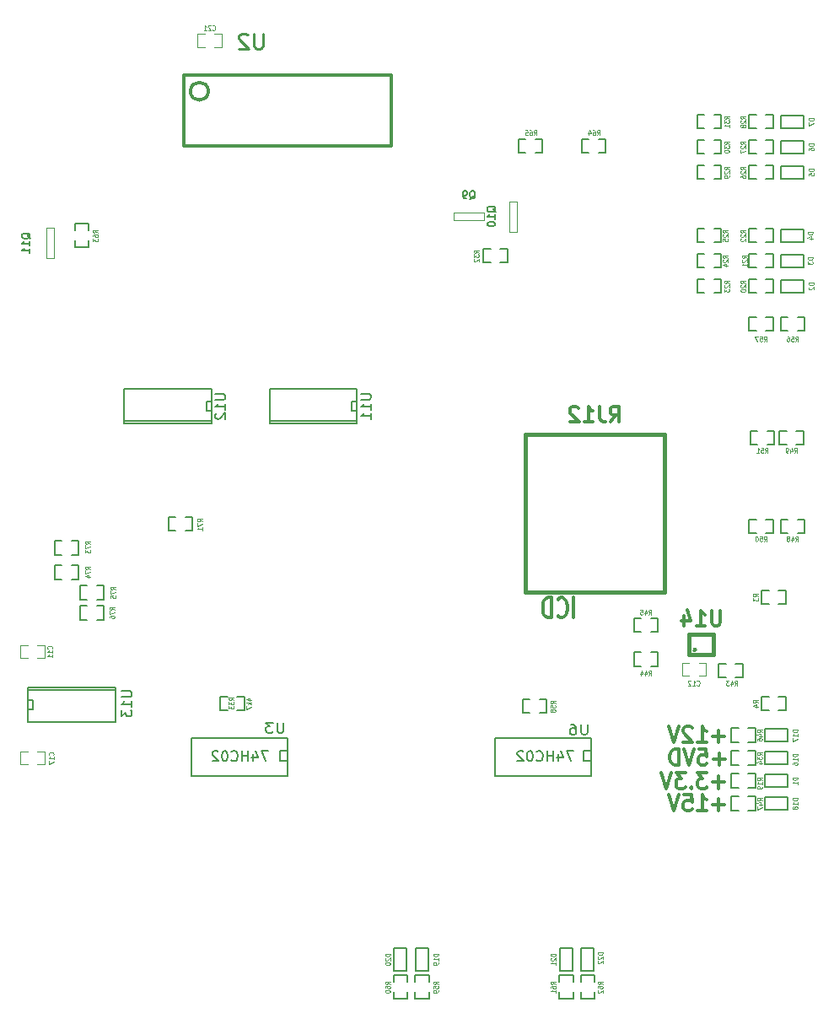
<source format=gbo>
G04 #@! TF.FileFunction,Legend,Bot*
%FSLAX46Y46*%
G04 Gerber Fmt 4.6, Leading zero omitted, Abs format (unit mm)*
G04 Created by KiCad (PCBNEW 4.0.7) date 03/26/18 23:13:48*
%MOMM*%
%LPD*%
G01*
G04 APERTURE LIST*
%ADD10C,0.150000*%
%ADD11C,0.304800*%
%ADD12C,0.127000*%
%ADD13C,0.119380*%
%ADD14C,0.203200*%
%ADD15C,0.129540*%
%ADD16C,0.381000*%
%ADD17C,0.114300*%
%ADD18C,0.139700*%
%ADD19C,0.254000*%
G04 APERTURE END LIST*
D10*
D11*
X138430000Y-104170238D02*
X138430000Y-102138238D01*
X136833429Y-103976714D02*
X136906000Y-104073476D01*
X137123714Y-104170238D01*
X137268857Y-104170238D01*
X137486572Y-104073476D01*
X137631714Y-103879952D01*
X137704286Y-103686429D01*
X137776857Y-103299381D01*
X137776857Y-103009095D01*
X137704286Y-102622048D01*
X137631714Y-102428524D01*
X137486572Y-102235000D01*
X137268857Y-102138238D01*
X137123714Y-102138238D01*
X136906000Y-102235000D01*
X136833429Y-102331762D01*
X136180286Y-104170238D02*
X136180286Y-102138238D01*
X135817429Y-102138238D01*
X135599714Y-102235000D01*
X135454572Y-102428524D01*
X135382000Y-102622048D01*
X135309429Y-103009095D01*
X135309429Y-103299381D01*
X135382000Y-103686429D01*
X135454572Y-103879952D01*
X135599714Y-104073476D01*
X135817429Y-104170238D01*
X136180286Y-104170238D01*
X153561143Y-122923286D02*
X152400000Y-122923286D01*
X152980571Y-123532810D02*
X152980571Y-122313762D01*
X150876000Y-123532810D02*
X151746857Y-123532810D01*
X151311429Y-123532810D02*
X151311429Y-121932810D01*
X151456572Y-122161381D01*
X151601714Y-122313762D01*
X151746857Y-122389952D01*
X149497143Y-121932810D02*
X150222857Y-121932810D01*
X150295428Y-122694714D01*
X150222857Y-122618524D01*
X150077714Y-122542333D01*
X149714857Y-122542333D01*
X149569714Y-122618524D01*
X149497143Y-122694714D01*
X149424571Y-122847095D01*
X149424571Y-123228048D01*
X149497143Y-123380429D01*
X149569714Y-123456619D01*
X149714857Y-123532810D01*
X150077714Y-123532810D01*
X150222857Y-123456619D01*
X150295428Y-123380429D01*
X148989142Y-121932810D02*
X148481142Y-123532810D01*
X147973142Y-121932810D01*
X153543000Y-120681886D02*
X152381857Y-120681886D01*
X152962428Y-121291410D02*
X152962428Y-120072362D01*
X151801286Y-119691410D02*
X150857857Y-119691410D01*
X151365857Y-120300933D01*
X151148143Y-120300933D01*
X151003000Y-120377124D01*
X150930429Y-120453314D01*
X150857857Y-120605695D01*
X150857857Y-120986648D01*
X150930429Y-121139029D01*
X151003000Y-121215219D01*
X151148143Y-121291410D01*
X151583571Y-121291410D01*
X151728714Y-121215219D01*
X151801286Y-121139029D01*
X150204714Y-121139029D02*
X150132142Y-121215219D01*
X150204714Y-121291410D01*
X150277285Y-121215219D01*
X150204714Y-121139029D01*
X150204714Y-121291410D01*
X149624143Y-119691410D02*
X148680714Y-119691410D01*
X149188714Y-120300933D01*
X148971000Y-120300933D01*
X148825857Y-120377124D01*
X148753286Y-120453314D01*
X148680714Y-120605695D01*
X148680714Y-120986648D01*
X148753286Y-121139029D01*
X148825857Y-121215219D01*
X148971000Y-121291410D01*
X149406428Y-121291410D01*
X149551571Y-121215219D01*
X149624143Y-121139029D01*
X148245285Y-119691410D02*
X147737285Y-121291410D01*
X147229285Y-119691410D01*
X153597429Y-118351286D02*
X152436286Y-118351286D01*
X153016857Y-118960810D02*
X153016857Y-117741762D01*
X150984858Y-117360810D02*
X151710572Y-117360810D01*
X151783143Y-118122714D01*
X151710572Y-118046524D01*
X151565429Y-117970333D01*
X151202572Y-117970333D01*
X151057429Y-118046524D01*
X150984858Y-118122714D01*
X150912286Y-118275095D01*
X150912286Y-118656048D01*
X150984858Y-118808429D01*
X151057429Y-118884619D01*
X151202572Y-118960810D01*
X151565429Y-118960810D01*
X151710572Y-118884619D01*
X151783143Y-118808429D01*
X150476857Y-117360810D02*
X149968857Y-118960810D01*
X149460857Y-117360810D01*
X148952857Y-118960810D02*
X148952857Y-117360810D01*
X148590000Y-117360810D01*
X148372285Y-117437000D01*
X148227143Y-117589381D01*
X148154571Y-117741762D01*
X148082000Y-118046524D01*
X148082000Y-118275095D01*
X148154571Y-118579857D01*
X148227143Y-118732238D01*
X148372285Y-118884619D01*
X148590000Y-118960810D01*
X148952857Y-118960810D01*
X153561143Y-116065286D02*
X152400000Y-116065286D01*
X152980571Y-116674810D02*
X152980571Y-115455762D01*
X150876000Y-116674810D02*
X151746857Y-116674810D01*
X151311429Y-116674810D02*
X151311429Y-115074810D01*
X151456572Y-115303381D01*
X151601714Y-115455762D01*
X151746857Y-115531952D01*
X150295428Y-115227190D02*
X150222857Y-115151000D01*
X150077714Y-115074810D01*
X149714857Y-115074810D01*
X149569714Y-115151000D01*
X149497143Y-115227190D01*
X149424571Y-115379571D01*
X149424571Y-115531952D01*
X149497143Y-115760524D01*
X150368000Y-116674810D01*
X149424571Y-116674810D01*
X148989142Y-115074810D02*
X148481142Y-116674810D01*
X147973142Y-115074810D01*
D12*
X161544000Y-53721000D02*
X159258000Y-53721000D01*
X159258000Y-53721000D02*
X159258000Y-54991000D01*
X159258000Y-54991000D02*
X161544000Y-54991000D01*
X161544000Y-54991000D02*
X161544000Y-53721000D01*
X161544000Y-56261000D02*
X159258000Y-56261000D01*
X159258000Y-56261000D02*
X159258000Y-57531000D01*
X159258000Y-57531000D02*
X161544000Y-57531000D01*
X161544000Y-57531000D02*
X161544000Y-56261000D01*
X161544000Y-58801000D02*
X159258000Y-58801000D01*
X159258000Y-58801000D02*
X159258000Y-60071000D01*
X159258000Y-60071000D02*
X161544000Y-60071000D01*
X161544000Y-60071000D02*
X161544000Y-58801000D01*
X161544000Y-67691000D02*
X159258000Y-67691000D01*
X159258000Y-67691000D02*
X159258000Y-68961000D01*
X159258000Y-68961000D02*
X161544000Y-68961000D01*
X161544000Y-68961000D02*
X161544000Y-67691000D01*
X161544000Y-65151000D02*
X159258000Y-65151000D01*
X159258000Y-65151000D02*
X159258000Y-66421000D01*
X159258000Y-66421000D02*
X161544000Y-66421000D01*
X161544000Y-66421000D02*
X161544000Y-65151000D01*
X161544000Y-70231000D02*
X159258000Y-70231000D01*
X159258000Y-70231000D02*
X159258000Y-71501000D01*
X159258000Y-71501000D02*
X161544000Y-71501000D01*
X161544000Y-71501000D02*
X161544000Y-70231000D01*
X159893000Y-115316000D02*
X157607000Y-115316000D01*
X157607000Y-115316000D02*
X157607000Y-116586000D01*
X157607000Y-116586000D02*
X159893000Y-116586000D01*
X159893000Y-116586000D02*
X159893000Y-115316000D01*
X159893000Y-122174000D02*
X157607000Y-122174000D01*
X157607000Y-122174000D02*
X157607000Y-123444000D01*
X157607000Y-123444000D02*
X159893000Y-123444000D01*
X159893000Y-123444000D02*
X159893000Y-122174000D01*
X159893000Y-119888000D02*
X157607000Y-119888000D01*
X157607000Y-119888000D02*
X157607000Y-121158000D01*
X157607000Y-121158000D02*
X159893000Y-121158000D01*
X159893000Y-121158000D02*
X159893000Y-119888000D01*
X159893000Y-117602000D02*
X157607000Y-117602000D01*
X157607000Y-117602000D02*
X157607000Y-118872000D01*
X157607000Y-118872000D02*
X159893000Y-118872000D01*
X159893000Y-118872000D02*
X159893000Y-117602000D01*
D13*
X102354380Y-45577760D02*
X103052880Y-45577760D01*
X101353620Y-45577760D02*
X100655120Y-45577760D01*
X102354380Y-46878240D02*
X103052880Y-46878240D01*
X100655120Y-46878240D02*
X101353620Y-46878240D01*
X103052880Y-46863000D02*
X103052880Y-45593000D01*
X100655120Y-45593000D02*
X100655120Y-46863000D01*
X83573620Y-118887240D02*
X82875120Y-118887240D01*
X84574380Y-118887240D02*
X85272880Y-118887240D01*
X83573620Y-117586760D02*
X82875120Y-117586760D01*
X85272880Y-117586760D02*
X84574380Y-117586760D01*
X82875120Y-117602000D02*
X82875120Y-118872000D01*
X85272880Y-118872000D02*
X85272880Y-117602000D01*
X83573620Y-108219240D02*
X82875120Y-108219240D01*
X84574380Y-108219240D02*
X85272880Y-108219240D01*
X83573620Y-106918760D02*
X82875120Y-106918760D01*
X85272880Y-106918760D02*
X84574380Y-106918760D01*
X82875120Y-106934000D02*
X82875120Y-108204000D01*
X85272880Y-108204000D02*
X85272880Y-106934000D01*
X149994620Y-109997240D02*
X149296120Y-109997240D01*
X150995380Y-109997240D02*
X151693880Y-109997240D01*
X149994620Y-108696760D02*
X149296120Y-108696760D01*
X151693880Y-108696760D02*
X150995380Y-108696760D01*
X149296120Y-108712000D02*
X149296120Y-109982000D01*
X151693880Y-109982000D02*
X151693880Y-108712000D01*
D12*
X155948380Y-122110500D02*
X156654500Y-122110500D01*
X156654500Y-122110500D02*
X156654500Y-123507500D01*
X156654500Y-123507500D02*
X155948380Y-123507500D01*
X154241500Y-122110500D02*
X154947620Y-122110500D01*
X154241500Y-122110500D02*
X154241500Y-123507500D01*
X154241500Y-123507500D02*
X154947620Y-123507500D01*
X155948380Y-115252500D02*
X156654500Y-115252500D01*
X156654500Y-115252500D02*
X156654500Y-116649500D01*
X156654500Y-116649500D02*
X155948380Y-116649500D01*
X154241500Y-115252500D02*
X154947620Y-115252500D01*
X154241500Y-115252500D02*
X154241500Y-116649500D01*
X154241500Y-116649500D02*
X154947620Y-116649500D01*
X155948380Y-117538500D02*
X156654500Y-117538500D01*
X156654500Y-117538500D02*
X156654500Y-118935500D01*
X156654500Y-118935500D02*
X155948380Y-118935500D01*
X154241500Y-117538500D02*
X154947620Y-117538500D01*
X154241500Y-117538500D02*
X154241500Y-118935500D01*
X154241500Y-118935500D02*
X154947620Y-118935500D01*
X155948380Y-119824500D02*
X156654500Y-119824500D01*
X156654500Y-119824500D02*
X156654500Y-121221500D01*
X156654500Y-121221500D02*
X155948380Y-121221500D01*
X154241500Y-119824500D02*
X154947620Y-119824500D01*
X154241500Y-119824500D02*
X154241500Y-121221500D01*
X154241500Y-121221500D02*
X154947620Y-121221500D01*
X158996380Y-112077500D02*
X159702500Y-112077500D01*
X159702500Y-112077500D02*
X159702500Y-113474500D01*
X159702500Y-113474500D02*
X158996380Y-113474500D01*
X157289500Y-112077500D02*
X157995620Y-112077500D01*
X157289500Y-112077500D02*
X157289500Y-113474500D01*
X157289500Y-113474500D02*
X157995620Y-113474500D01*
X157726380Y-67627500D02*
X158432500Y-67627500D01*
X158432500Y-67627500D02*
X158432500Y-69024500D01*
X158432500Y-69024500D02*
X157726380Y-69024500D01*
X156019500Y-67627500D02*
X156725620Y-67627500D01*
X156019500Y-67627500D02*
X156019500Y-69024500D01*
X156019500Y-69024500D02*
X156725620Y-69024500D01*
X157726380Y-70167500D02*
X158432500Y-70167500D01*
X158432500Y-70167500D02*
X158432500Y-71564500D01*
X158432500Y-71564500D02*
X157726380Y-71564500D01*
X156019500Y-70167500D02*
X156725620Y-70167500D01*
X156019500Y-70167500D02*
X156019500Y-71564500D01*
X156019500Y-71564500D02*
X156725620Y-71564500D01*
X157726380Y-65087500D02*
X158432500Y-65087500D01*
X158432500Y-65087500D02*
X158432500Y-66484500D01*
X158432500Y-66484500D02*
X157726380Y-66484500D01*
X156019500Y-65087500D02*
X156725620Y-65087500D01*
X156019500Y-65087500D02*
X156019500Y-66484500D01*
X156019500Y-66484500D02*
X156725620Y-66484500D01*
X146169380Y-107632500D02*
X146875500Y-107632500D01*
X146875500Y-107632500D02*
X146875500Y-109029500D01*
X146875500Y-109029500D02*
X146169380Y-109029500D01*
X144462500Y-107632500D02*
X145168620Y-107632500D01*
X144462500Y-107632500D02*
X144462500Y-109029500D01*
X144462500Y-109029500D02*
X145168620Y-109029500D01*
X146169380Y-104203500D02*
X146875500Y-104203500D01*
X146875500Y-104203500D02*
X146875500Y-105600500D01*
X146875500Y-105600500D02*
X146169380Y-105600500D01*
X144462500Y-104203500D02*
X145168620Y-104203500D01*
X144462500Y-104203500D02*
X144462500Y-105600500D01*
X144462500Y-105600500D02*
X145168620Y-105600500D01*
X157726380Y-94297500D02*
X158432500Y-94297500D01*
X158432500Y-94297500D02*
X158432500Y-95694500D01*
X158432500Y-95694500D02*
X157726380Y-95694500D01*
X156019500Y-94297500D02*
X156725620Y-94297500D01*
X156019500Y-94297500D02*
X156019500Y-95694500D01*
X156019500Y-95694500D02*
X156725620Y-95694500D01*
X157853380Y-85407500D02*
X158559500Y-85407500D01*
X158559500Y-85407500D02*
X158559500Y-86804500D01*
X158559500Y-86804500D02*
X157853380Y-86804500D01*
X156146500Y-85407500D02*
X156852620Y-85407500D01*
X156146500Y-85407500D02*
X156146500Y-86804500D01*
X156146500Y-86804500D02*
X156852620Y-86804500D01*
X160774380Y-85407500D02*
X161480500Y-85407500D01*
X161480500Y-85407500D02*
X161480500Y-86804500D01*
X161480500Y-86804500D02*
X160774380Y-86804500D01*
X159067500Y-85407500D02*
X159773620Y-85407500D01*
X159067500Y-85407500D02*
X159067500Y-86804500D01*
X159067500Y-86804500D02*
X159773620Y-86804500D01*
X160901380Y-94297500D02*
X161607500Y-94297500D01*
X161607500Y-94297500D02*
X161607500Y-95694500D01*
X161607500Y-95694500D02*
X160901380Y-95694500D01*
X159194500Y-94297500D02*
X159900620Y-94297500D01*
X159194500Y-94297500D02*
X159194500Y-95694500D01*
X159194500Y-95694500D02*
X159900620Y-95694500D01*
X157726380Y-73977500D02*
X158432500Y-73977500D01*
X158432500Y-73977500D02*
X158432500Y-75374500D01*
X158432500Y-75374500D02*
X157726380Y-75374500D01*
X156019500Y-73977500D02*
X156725620Y-73977500D01*
X156019500Y-73977500D02*
X156019500Y-75374500D01*
X156019500Y-75374500D02*
X156725620Y-75374500D01*
X160901380Y-73977500D02*
X161607500Y-73977500D01*
X161607500Y-73977500D02*
X161607500Y-75374500D01*
X161607500Y-75374500D02*
X160901380Y-75374500D01*
X159194500Y-73977500D02*
X159900620Y-73977500D01*
X159194500Y-73977500D02*
X159194500Y-75374500D01*
X159194500Y-75374500D02*
X159900620Y-75374500D01*
X154678380Y-108775500D02*
X155384500Y-108775500D01*
X155384500Y-108775500D02*
X155384500Y-110172500D01*
X155384500Y-110172500D02*
X154678380Y-110172500D01*
X152971500Y-108775500D02*
X153677620Y-108775500D01*
X152971500Y-108775500D02*
X152971500Y-110172500D01*
X152971500Y-110172500D02*
X153677620Y-110172500D01*
X158996380Y-101409500D02*
X159702500Y-101409500D01*
X159702500Y-101409500D02*
X159702500Y-102806500D01*
X159702500Y-102806500D02*
X158996380Y-102806500D01*
X157289500Y-101409500D02*
X157995620Y-101409500D01*
X157289500Y-101409500D02*
X157289500Y-102806500D01*
X157289500Y-102806500D02*
X157995620Y-102806500D01*
X152519380Y-53657500D02*
X153225500Y-53657500D01*
X153225500Y-53657500D02*
X153225500Y-55054500D01*
X153225500Y-55054500D02*
X152519380Y-55054500D01*
X150812500Y-53657500D02*
X151518620Y-53657500D01*
X150812500Y-53657500D02*
X150812500Y-55054500D01*
X150812500Y-55054500D02*
X151518620Y-55054500D01*
X152519380Y-56197500D02*
X153225500Y-56197500D01*
X153225500Y-56197500D02*
X153225500Y-57594500D01*
X153225500Y-57594500D02*
X152519380Y-57594500D01*
X150812500Y-56197500D02*
X151518620Y-56197500D01*
X150812500Y-56197500D02*
X150812500Y-57594500D01*
X150812500Y-57594500D02*
X151518620Y-57594500D01*
X157726380Y-53657500D02*
X158432500Y-53657500D01*
X158432500Y-53657500D02*
X158432500Y-55054500D01*
X158432500Y-55054500D02*
X157726380Y-55054500D01*
X156019500Y-53657500D02*
X156725620Y-53657500D01*
X156019500Y-53657500D02*
X156019500Y-55054500D01*
X156019500Y-55054500D02*
X156725620Y-55054500D01*
X157726380Y-58737500D02*
X158432500Y-58737500D01*
X158432500Y-58737500D02*
X158432500Y-60134500D01*
X158432500Y-60134500D02*
X157726380Y-60134500D01*
X156019500Y-58737500D02*
X156725620Y-58737500D01*
X156019500Y-58737500D02*
X156019500Y-60134500D01*
X156019500Y-60134500D02*
X156725620Y-60134500D01*
X152519380Y-58737500D02*
X153225500Y-58737500D01*
X153225500Y-58737500D02*
X153225500Y-60134500D01*
X153225500Y-60134500D02*
X152519380Y-60134500D01*
X150812500Y-58737500D02*
X151518620Y-58737500D01*
X150812500Y-58737500D02*
X150812500Y-60134500D01*
X150812500Y-60134500D02*
X151518620Y-60134500D01*
X152519380Y-70167500D02*
X153225500Y-70167500D01*
X153225500Y-70167500D02*
X153225500Y-71564500D01*
X153225500Y-71564500D02*
X152519380Y-71564500D01*
X150812500Y-70167500D02*
X151518620Y-70167500D01*
X150812500Y-70167500D02*
X150812500Y-71564500D01*
X150812500Y-71564500D02*
X151518620Y-71564500D01*
X152519380Y-67627500D02*
X153225500Y-67627500D01*
X153225500Y-67627500D02*
X153225500Y-69024500D01*
X153225500Y-69024500D02*
X152519380Y-69024500D01*
X150812500Y-67627500D02*
X151518620Y-67627500D01*
X150812500Y-67627500D02*
X150812500Y-69024500D01*
X150812500Y-69024500D02*
X151518620Y-69024500D01*
X152519380Y-65087500D02*
X153225500Y-65087500D01*
X153225500Y-65087500D02*
X153225500Y-66484500D01*
X153225500Y-66484500D02*
X152519380Y-66484500D01*
X150812500Y-65087500D02*
X151518620Y-65087500D01*
X150812500Y-65087500D02*
X150812500Y-66484500D01*
X150812500Y-66484500D02*
X151518620Y-66484500D01*
X157726380Y-56197500D02*
X158432500Y-56197500D01*
X158432500Y-56197500D02*
X158432500Y-57594500D01*
X158432500Y-57594500D02*
X157726380Y-57594500D01*
X156019500Y-56197500D02*
X156725620Y-56197500D01*
X156019500Y-56197500D02*
X156019500Y-57594500D01*
X156019500Y-57594500D02*
X156725620Y-57594500D01*
D14*
X109728000Y-116205000D02*
X100076000Y-116205000D01*
X100076000Y-116205000D02*
X100076000Y-120015000D01*
X100076000Y-120015000D02*
X109728000Y-120015000D01*
X109728000Y-120015000D02*
X109728000Y-116205000D01*
X109728000Y-117475000D02*
X108966000Y-117475000D01*
X108966000Y-117475000D02*
X108966000Y-118491000D01*
X108966000Y-118491000D02*
X109728000Y-118491000D01*
X140208000Y-116205000D02*
X130556000Y-116205000D01*
X130556000Y-116205000D02*
X130556000Y-120015000D01*
X130556000Y-120015000D02*
X140208000Y-120015000D01*
X140208000Y-120015000D02*
X140208000Y-116205000D01*
X140208000Y-117475000D02*
X139446000Y-117475000D01*
X139446000Y-117475000D02*
X139446000Y-118491000D01*
X139446000Y-118491000D02*
X140208000Y-118491000D01*
D15*
X83629500Y-114617500D02*
X92392500Y-114617500D01*
X83629500Y-113347500D02*
X84137500Y-113347500D01*
X83629500Y-112458500D02*
X84137500Y-112458500D01*
X84137500Y-113347500D02*
X84137500Y-112458500D01*
X83629500Y-111442500D02*
X92392500Y-111442500D01*
X92392500Y-111188500D02*
X83629500Y-111188500D01*
X92392500Y-114617500D02*
X92392500Y-111188500D01*
X83629500Y-111188500D02*
X83629500Y-114617500D01*
X102044500Y-81216500D02*
X93281500Y-81216500D01*
X102044500Y-82486500D02*
X101536500Y-82486500D01*
X102044500Y-83375500D02*
X101536500Y-83375500D01*
X101536500Y-82486500D02*
X101536500Y-83375500D01*
X102044500Y-84391500D02*
X93281500Y-84391500D01*
X93281500Y-84645500D02*
X102044500Y-84645500D01*
X93281500Y-81216500D02*
X93281500Y-84645500D01*
X102044500Y-84645500D02*
X102044500Y-81216500D01*
X116649500Y-81216500D02*
X107886500Y-81216500D01*
X116649500Y-82486500D02*
X116141500Y-82486500D01*
X116649500Y-83375500D02*
X116141500Y-83375500D01*
X116141500Y-82486500D02*
X116141500Y-83375500D01*
X116649500Y-84391500D02*
X107886500Y-84391500D01*
X107886500Y-84645500D02*
X116649500Y-84645500D01*
X107886500Y-81216500D02*
X107886500Y-84645500D01*
X116649500Y-84645500D02*
X116649500Y-81216500D01*
D13*
X131953000Y-62357000D02*
X131953000Y-65405000D01*
X131953000Y-65405000D02*
X132715000Y-65405000D01*
X132715000Y-65405000D02*
X132715000Y-62357000D01*
X132715000Y-62357000D02*
X131953000Y-62357000D01*
X129413000Y-63500000D02*
X126365000Y-63500000D01*
X126365000Y-63500000D02*
X126365000Y-64262000D01*
X126365000Y-64262000D02*
X129413000Y-64262000D01*
X129413000Y-64262000D02*
X129413000Y-63500000D01*
D12*
X123888500Y-141724380D02*
X123888500Y-142430500D01*
X123888500Y-142430500D02*
X122491500Y-142430500D01*
X122491500Y-142430500D02*
X122491500Y-141724380D01*
X123888500Y-140017500D02*
X123888500Y-140723620D01*
X123888500Y-140017500D02*
X122491500Y-140017500D01*
X122491500Y-140017500D02*
X122491500Y-140723620D01*
X121729500Y-141724380D02*
X121729500Y-142430500D01*
X121729500Y-142430500D02*
X120332500Y-142430500D01*
X120332500Y-142430500D02*
X120332500Y-141724380D01*
X121729500Y-140017500D02*
X121729500Y-140723620D01*
X121729500Y-140017500D02*
X120332500Y-140017500D01*
X120332500Y-140017500D02*
X120332500Y-140723620D01*
X138366500Y-141724380D02*
X138366500Y-142430500D01*
X138366500Y-142430500D02*
X136969500Y-142430500D01*
X136969500Y-142430500D02*
X136969500Y-141724380D01*
X138366500Y-140017500D02*
X138366500Y-140723620D01*
X138366500Y-140017500D02*
X136969500Y-140017500D01*
X136969500Y-140017500D02*
X136969500Y-140723620D01*
X140525500Y-141724380D02*
X140525500Y-142430500D01*
X140525500Y-142430500D02*
X139128500Y-142430500D01*
X139128500Y-142430500D02*
X139128500Y-141724380D01*
X140525500Y-140017500D02*
X140525500Y-140723620D01*
X140525500Y-140017500D02*
X139128500Y-140017500D01*
X139128500Y-140017500D02*
X139128500Y-140723620D01*
X134993380Y-112331500D02*
X135699500Y-112331500D01*
X135699500Y-112331500D02*
X135699500Y-113728500D01*
X135699500Y-113728500D02*
X134993380Y-113728500D01*
X133286500Y-112331500D02*
X133992620Y-112331500D01*
X133286500Y-112331500D02*
X133286500Y-113728500D01*
X133286500Y-113728500D02*
X133992620Y-113728500D01*
X104640380Y-112077500D02*
X105346500Y-112077500D01*
X105346500Y-112077500D02*
X105346500Y-113474500D01*
X105346500Y-113474500D02*
X104640380Y-113474500D01*
X102933500Y-112077500D02*
X103639620Y-112077500D01*
X102933500Y-112077500D02*
X102933500Y-113474500D01*
X102933500Y-113474500D02*
X103639620Y-113474500D01*
X131056380Y-67119500D02*
X131762500Y-67119500D01*
X131762500Y-67119500D02*
X131762500Y-68516500D01*
X131762500Y-68516500D02*
X131056380Y-68516500D01*
X129349500Y-67119500D02*
X130055620Y-67119500D01*
X129349500Y-67119500D02*
X129349500Y-68516500D01*
X129349500Y-68516500D02*
X130055620Y-68516500D01*
X138303000Y-139573000D02*
X138303000Y-137287000D01*
X138303000Y-137287000D02*
X137033000Y-137287000D01*
X137033000Y-137287000D02*
X137033000Y-139573000D01*
X137033000Y-139573000D02*
X138303000Y-139573000D01*
X140462000Y-139573000D02*
X140462000Y-137287000D01*
X140462000Y-137287000D02*
X139192000Y-137287000D01*
X139192000Y-137287000D02*
X139192000Y-139573000D01*
X139192000Y-139573000D02*
X140462000Y-139573000D01*
X123825000Y-139573000D02*
X123825000Y-137287000D01*
X123825000Y-137287000D02*
X122555000Y-137287000D01*
X122555000Y-137287000D02*
X122555000Y-139573000D01*
X122555000Y-139573000D02*
X123825000Y-139573000D01*
X121666000Y-139573000D02*
X121666000Y-137287000D01*
X121666000Y-137287000D02*
X120396000Y-137287000D01*
X120396000Y-137287000D02*
X120396000Y-139573000D01*
X120396000Y-139573000D02*
X121666000Y-139573000D01*
D13*
X85471000Y-65024000D02*
X85471000Y-68072000D01*
X85471000Y-68072000D02*
X86233000Y-68072000D01*
X86233000Y-68072000D02*
X86233000Y-65024000D01*
X86233000Y-65024000D02*
X85471000Y-65024000D01*
D12*
X88328500Y-65285620D02*
X88328500Y-64579500D01*
X88328500Y-64579500D02*
X89725500Y-64579500D01*
X89725500Y-64579500D02*
X89725500Y-65285620D01*
X88328500Y-66992500D02*
X88328500Y-66286380D01*
X88328500Y-66992500D02*
X89725500Y-66992500D01*
X89725500Y-66992500D02*
X89725500Y-66286380D01*
X139910820Y-57492900D02*
X139204700Y-57492900D01*
X139204700Y-57492900D02*
X139204700Y-56095900D01*
X139204700Y-56095900D02*
X139910820Y-56095900D01*
X141617700Y-57492900D02*
X140911580Y-57492900D01*
X141617700Y-57492900D02*
X141617700Y-56095900D01*
X141617700Y-56095900D02*
X140911580Y-56095900D01*
X134561580Y-56095900D02*
X135267700Y-56095900D01*
X135267700Y-56095900D02*
X135267700Y-57492900D01*
X135267700Y-57492900D02*
X134561580Y-57492900D01*
X132854700Y-56095900D02*
X133560820Y-56095900D01*
X132854700Y-56095900D02*
X132854700Y-57492900D01*
X132854700Y-57492900D02*
X133560820Y-57492900D01*
D11*
X101736026Y-51308000D02*
G75*
G03X101736026Y-51308000I-898026J0D01*
G01*
X99314000Y-49657000D02*
X99314000Y-56769000D01*
X99314000Y-56769000D02*
X120142000Y-56769000D01*
X120142000Y-56769000D02*
X120142000Y-49657000D01*
X120142000Y-49657000D02*
X99314000Y-49657000D01*
D16*
X150596600Y-107365800D02*
G75*
G03X150596600Y-107365800I-50800J0D01*
G01*
X150025100Y-105791000D02*
X152438100Y-105791000D01*
X152438100Y-105791000D02*
X152438100Y-107886500D01*
X152438100Y-107886500D02*
X150025100Y-107886500D01*
X150025100Y-107886500D02*
X150025100Y-105791000D01*
X133540500Y-85725000D02*
X133540500Y-101600000D01*
X133540500Y-101600000D02*
X147510500Y-101600000D01*
X147510500Y-101600000D02*
X147510500Y-85725000D01*
X147510500Y-85725000D02*
X133540500Y-85725000D01*
D12*
X87028020Y-97828100D02*
X86321900Y-97828100D01*
X86321900Y-97828100D02*
X86321900Y-96431100D01*
X86321900Y-96431100D02*
X87028020Y-96431100D01*
X88734900Y-97828100D02*
X88028780Y-97828100D01*
X88734900Y-97828100D02*
X88734900Y-96431100D01*
X88734900Y-96431100D02*
X88028780Y-96431100D01*
X87028020Y-100317300D02*
X86321900Y-100317300D01*
X86321900Y-100317300D02*
X86321900Y-98920300D01*
X86321900Y-98920300D02*
X87028020Y-98920300D01*
X88734900Y-100317300D02*
X88028780Y-100317300D01*
X88734900Y-100317300D02*
X88734900Y-98920300D01*
X88734900Y-98920300D02*
X88028780Y-98920300D01*
X89568020Y-102349300D02*
X88861900Y-102349300D01*
X88861900Y-102349300D02*
X88861900Y-100952300D01*
X88861900Y-100952300D02*
X89568020Y-100952300D01*
X91274900Y-102349300D02*
X90568780Y-102349300D01*
X91274900Y-102349300D02*
X91274900Y-100952300D01*
X91274900Y-100952300D02*
X90568780Y-100952300D01*
X89568020Y-104381300D02*
X88861900Y-104381300D01*
X88861900Y-104381300D02*
X88861900Y-102984300D01*
X88861900Y-102984300D02*
X89568020Y-102984300D01*
X91274900Y-104381300D02*
X90568780Y-104381300D01*
X91274900Y-104381300D02*
X91274900Y-102984300D01*
X91274900Y-102984300D02*
X90568780Y-102984300D01*
X98432620Y-95440500D02*
X97726500Y-95440500D01*
X97726500Y-95440500D02*
X97726500Y-94043500D01*
X97726500Y-94043500D02*
X98432620Y-94043500D01*
X100139500Y-95440500D02*
X99433380Y-95440500D01*
X100139500Y-95440500D02*
X100139500Y-94043500D01*
X100139500Y-94043500D02*
X99433380Y-94043500D01*
D17*
X162535810Y-54018543D02*
X162027810Y-54018543D01*
X162027810Y-54127400D01*
X162052000Y-54192715D01*
X162100381Y-54236257D01*
X162148762Y-54258029D01*
X162245524Y-54279800D01*
X162318095Y-54279800D01*
X162414857Y-54258029D01*
X162463238Y-54236257D01*
X162511619Y-54192715D01*
X162535810Y-54127400D01*
X162535810Y-54018543D01*
X162027810Y-54432200D02*
X162027810Y-54737000D01*
X162535810Y-54541057D01*
X162535810Y-56558543D02*
X162027810Y-56558543D01*
X162027810Y-56667400D01*
X162052000Y-56732715D01*
X162100381Y-56776257D01*
X162148762Y-56798029D01*
X162245524Y-56819800D01*
X162318095Y-56819800D01*
X162414857Y-56798029D01*
X162463238Y-56776257D01*
X162511619Y-56732715D01*
X162535810Y-56667400D01*
X162535810Y-56558543D01*
X162027810Y-57211686D02*
X162027810Y-57124600D01*
X162052000Y-57081057D01*
X162076190Y-57059286D01*
X162148762Y-57015743D01*
X162245524Y-56993972D01*
X162439048Y-56993972D01*
X162487429Y-57015743D01*
X162511619Y-57037515D01*
X162535810Y-57081057D01*
X162535810Y-57168143D01*
X162511619Y-57211686D01*
X162487429Y-57233457D01*
X162439048Y-57255229D01*
X162318095Y-57255229D01*
X162269714Y-57233457D01*
X162245524Y-57211686D01*
X162221333Y-57168143D01*
X162221333Y-57081057D01*
X162245524Y-57037515D01*
X162269714Y-57015743D01*
X162318095Y-56993972D01*
X162535810Y-59098543D02*
X162027810Y-59098543D01*
X162027810Y-59207400D01*
X162052000Y-59272715D01*
X162100381Y-59316257D01*
X162148762Y-59338029D01*
X162245524Y-59359800D01*
X162318095Y-59359800D01*
X162414857Y-59338029D01*
X162463238Y-59316257D01*
X162511619Y-59272715D01*
X162535810Y-59207400D01*
X162535810Y-59098543D01*
X162027810Y-59773457D02*
X162027810Y-59555743D01*
X162269714Y-59533972D01*
X162245524Y-59555743D01*
X162221333Y-59599286D01*
X162221333Y-59708143D01*
X162245524Y-59751686D01*
X162269714Y-59773457D01*
X162318095Y-59795229D01*
X162439048Y-59795229D01*
X162487429Y-59773457D01*
X162511619Y-59751686D01*
X162535810Y-59708143D01*
X162535810Y-59599286D01*
X162511619Y-59555743D01*
X162487429Y-59533972D01*
X162408810Y-67988543D02*
X161900810Y-67988543D01*
X161900810Y-68097400D01*
X161925000Y-68162715D01*
X161973381Y-68206257D01*
X162021762Y-68228029D01*
X162118524Y-68249800D01*
X162191095Y-68249800D01*
X162287857Y-68228029D01*
X162336238Y-68206257D01*
X162384619Y-68162715D01*
X162408810Y-68097400D01*
X162408810Y-67988543D01*
X161900810Y-68402200D02*
X161900810Y-68685229D01*
X162094333Y-68532829D01*
X162094333Y-68598143D01*
X162118524Y-68641686D01*
X162142714Y-68663457D01*
X162191095Y-68685229D01*
X162312048Y-68685229D01*
X162360429Y-68663457D01*
X162384619Y-68641686D01*
X162408810Y-68598143D01*
X162408810Y-68467515D01*
X162384619Y-68423972D01*
X162360429Y-68402200D01*
X162408810Y-65448543D02*
X161900810Y-65448543D01*
X161900810Y-65557400D01*
X161925000Y-65622715D01*
X161973381Y-65666257D01*
X162021762Y-65688029D01*
X162118524Y-65709800D01*
X162191095Y-65709800D01*
X162287857Y-65688029D01*
X162336238Y-65666257D01*
X162384619Y-65622715D01*
X162408810Y-65557400D01*
X162408810Y-65448543D01*
X162070143Y-66101686D02*
X162408810Y-66101686D01*
X161876619Y-65992829D02*
X162239476Y-65883972D01*
X162239476Y-66167000D01*
X162535810Y-70528543D02*
X162027810Y-70528543D01*
X162027810Y-70637400D01*
X162052000Y-70702715D01*
X162100381Y-70746257D01*
X162148762Y-70768029D01*
X162245524Y-70789800D01*
X162318095Y-70789800D01*
X162414857Y-70768029D01*
X162463238Y-70746257D01*
X162511619Y-70702715D01*
X162535810Y-70637400D01*
X162535810Y-70528543D01*
X162076190Y-70963972D02*
X162052000Y-70985743D01*
X162027810Y-71029286D01*
X162027810Y-71138143D01*
X162052000Y-71181686D01*
X162076190Y-71203457D01*
X162124571Y-71225229D01*
X162172952Y-71225229D01*
X162245524Y-71203457D01*
X162535810Y-70942200D01*
X162535810Y-71225229D01*
X160884810Y-115395828D02*
X160376810Y-115395828D01*
X160376810Y-115504685D01*
X160401000Y-115570000D01*
X160449381Y-115613542D01*
X160497762Y-115635314D01*
X160594524Y-115657085D01*
X160667095Y-115657085D01*
X160763857Y-115635314D01*
X160812238Y-115613542D01*
X160860619Y-115570000D01*
X160884810Y-115504685D01*
X160884810Y-115395828D01*
X160884810Y-116092514D02*
X160884810Y-115831257D01*
X160884810Y-115961885D02*
X160376810Y-115961885D01*
X160449381Y-115918342D01*
X160497762Y-115874800D01*
X160521952Y-115831257D01*
X160376810Y-116244914D02*
X160376810Y-116549714D01*
X160884810Y-116353771D01*
X160884810Y-122253828D02*
X160376810Y-122253828D01*
X160376810Y-122362685D01*
X160401000Y-122428000D01*
X160449381Y-122471542D01*
X160497762Y-122493314D01*
X160594524Y-122515085D01*
X160667095Y-122515085D01*
X160763857Y-122493314D01*
X160812238Y-122471542D01*
X160860619Y-122428000D01*
X160884810Y-122362685D01*
X160884810Y-122253828D01*
X160884810Y-122950514D02*
X160884810Y-122689257D01*
X160884810Y-122819885D02*
X160376810Y-122819885D01*
X160449381Y-122776342D01*
X160497762Y-122732800D01*
X160521952Y-122689257D01*
X160594524Y-123211771D02*
X160570333Y-123168229D01*
X160546143Y-123146457D01*
X160497762Y-123124686D01*
X160473571Y-123124686D01*
X160425190Y-123146457D01*
X160401000Y-123168229D01*
X160376810Y-123211771D01*
X160376810Y-123298857D01*
X160401000Y-123342400D01*
X160425190Y-123364171D01*
X160473571Y-123385943D01*
X160497762Y-123385943D01*
X160546143Y-123364171D01*
X160570333Y-123342400D01*
X160594524Y-123298857D01*
X160594524Y-123211771D01*
X160618714Y-123168229D01*
X160642905Y-123146457D01*
X160691286Y-123124686D01*
X160788048Y-123124686D01*
X160836429Y-123146457D01*
X160860619Y-123168229D01*
X160884810Y-123211771D01*
X160884810Y-123298857D01*
X160860619Y-123342400D01*
X160836429Y-123364171D01*
X160788048Y-123385943D01*
X160691286Y-123385943D01*
X160642905Y-123364171D01*
X160618714Y-123342400D01*
X160594524Y-123298857D01*
X160884810Y-120185543D02*
X160376810Y-120185543D01*
X160376810Y-120294400D01*
X160401000Y-120359715D01*
X160449381Y-120403257D01*
X160497762Y-120425029D01*
X160594524Y-120446800D01*
X160667095Y-120446800D01*
X160763857Y-120425029D01*
X160812238Y-120403257D01*
X160860619Y-120359715D01*
X160884810Y-120294400D01*
X160884810Y-120185543D01*
X160884810Y-120882229D02*
X160884810Y-120620972D01*
X160884810Y-120751600D02*
X160376810Y-120751600D01*
X160449381Y-120708057D01*
X160497762Y-120664515D01*
X160521952Y-120620972D01*
X160884810Y-117808828D02*
X160376810Y-117808828D01*
X160376810Y-117917685D01*
X160401000Y-117983000D01*
X160449381Y-118026542D01*
X160497762Y-118048314D01*
X160594524Y-118070085D01*
X160667095Y-118070085D01*
X160763857Y-118048314D01*
X160812238Y-118026542D01*
X160860619Y-117983000D01*
X160884810Y-117917685D01*
X160884810Y-117808828D01*
X160884810Y-118505514D02*
X160884810Y-118244257D01*
X160884810Y-118374885D02*
X160376810Y-118374885D01*
X160449381Y-118331342D01*
X160497762Y-118287800D01*
X160521952Y-118244257D01*
X160376810Y-118897400D02*
X160376810Y-118810314D01*
X160401000Y-118766771D01*
X160425190Y-118745000D01*
X160497762Y-118701457D01*
X160594524Y-118679686D01*
X160788048Y-118679686D01*
X160836429Y-118701457D01*
X160860619Y-118723229D01*
X160884810Y-118766771D01*
X160884810Y-118853857D01*
X160860619Y-118897400D01*
X160836429Y-118919171D01*
X160788048Y-118940943D01*
X160667095Y-118940943D01*
X160618714Y-118919171D01*
X160594524Y-118897400D01*
X160570333Y-118853857D01*
X160570333Y-118766771D01*
X160594524Y-118723229D01*
X160618714Y-118701457D01*
X160667095Y-118679686D01*
X102147915Y-45139429D02*
X102169686Y-45163619D01*
X102235000Y-45187810D01*
X102278543Y-45187810D01*
X102343858Y-45163619D01*
X102387400Y-45115238D01*
X102409172Y-45066857D01*
X102430943Y-44970095D01*
X102430943Y-44897524D01*
X102409172Y-44800762D01*
X102387400Y-44752381D01*
X102343858Y-44704000D01*
X102278543Y-44679810D01*
X102235000Y-44679810D01*
X102169686Y-44704000D01*
X102147915Y-44728190D01*
X101973743Y-44728190D02*
X101951972Y-44704000D01*
X101908429Y-44679810D01*
X101799572Y-44679810D01*
X101756029Y-44704000D01*
X101734258Y-44728190D01*
X101712486Y-44776571D01*
X101712486Y-44824952D01*
X101734258Y-44897524D01*
X101995515Y-45187810D01*
X101712486Y-45187810D01*
X101277057Y-45187810D02*
X101538314Y-45187810D01*
X101407686Y-45187810D02*
X101407686Y-44679810D01*
X101451229Y-44752381D01*
X101494771Y-44800762D01*
X101538314Y-44824952D01*
X86160429Y-117943085D02*
X86184619Y-117921314D01*
X86208810Y-117856000D01*
X86208810Y-117812457D01*
X86184619Y-117747142D01*
X86136238Y-117703600D01*
X86087857Y-117681828D01*
X85991095Y-117660057D01*
X85918524Y-117660057D01*
X85821762Y-117681828D01*
X85773381Y-117703600D01*
X85725000Y-117747142D01*
X85700810Y-117812457D01*
X85700810Y-117856000D01*
X85725000Y-117921314D01*
X85749190Y-117943085D01*
X86208810Y-118378514D02*
X86208810Y-118117257D01*
X86208810Y-118247885D02*
X85700810Y-118247885D01*
X85773381Y-118204342D01*
X85821762Y-118160800D01*
X85845952Y-118117257D01*
X85700810Y-118530914D02*
X85700810Y-118835714D01*
X86208810Y-118639771D01*
X86033429Y-107275085D02*
X86057619Y-107253314D01*
X86081810Y-107188000D01*
X86081810Y-107144457D01*
X86057619Y-107079142D01*
X86009238Y-107035600D01*
X85960857Y-107013828D01*
X85864095Y-106992057D01*
X85791524Y-106992057D01*
X85694762Y-107013828D01*
X85646381Y-107035600D01*
X85598000Y-107079142D01*
X85573810Y-107144457D01*
X85573810Y-107188000D01*
X85598000Y-107253314D01*
X85622190Y-107275085D01*
X86081810Y-107710514D02*
X86081810Y-107449257D01*
X86081810Y-107579885D02*
X85573810Y-107579885D01*
X85646381Y-107536342D01*
X85694762Y-107492800D01*
X85718952Y-107449257D01*
X86081810Y-108145943D02*
X86081810Y-107884686D01*
X86081810Y-108015314D02*
X85573810Y-108015314D01*
X85646381Y-107971771D01*
X85694762Y-107928229D01*
X85718952Y-107884686D01*
X150788915Y-110925429D02*
X150810686Y-110949619D01*
X150876000Y-110973810D01*
X150919543Y-110973810D01*
X150984858Y-110949619D01*
X151028400Y-110901238D01*
X151050172Y-110852857D01*
X151071943Y-110756095D01*
X151071943Y-110683524D01*
X151050172Y-110586762D01*
X151028400Y-110538381D01*
X150984858Y-110490000D01*
X150919543Y-110465810D01*
X150876000Y-110465810D01*
X150810686Y-110490000D01*
X150788915Y-110514190D01*
X150353486Y-110973810D02*
X150614743Y-110973810D01*
X150484115Y-110973810D02*
X150484115Y-110465810D01*
X150527658Y-110538381D01*
X150571200Y-110586762D01*
X150614743Y-110610952D01*
X150179314Y-110514190D02*
X150157543Y-110490000D01*
X150114000Y-110465810D01*
X150005143Y-110465810D01*
X149961600Y-110490000D01*
X149939829Y-110514190D01*
X149918057Y-110562571D01*
X149918057Y-110610952D01*
X149939829Y-110683524D01*
X150201086Y-110973810D01*
X149918057Y-110973810D01*
X157325362Y-122515085D02*
X157087086Y-122362685D01*
X157325362Y-122253828D02*
X156824982Y-122253828D01*
X156824982Y-122428000D01*
X156848810Y-122471542D01*
X156872638Y-122493314D01*
X156920293Y-122515085D01*
X156991776Y-122515085D01*
X157039431Y-122493314D01*
X157063259Y-122471542D01*
X157087086Y-122428000D01*
X157087086Y-122253828D01*
X156991776Y-122906971D02*
X157325362Y-122906971D01*
X156801155Y-122798114D02*
X157158569Y-122689257D01*
X157158569Y-122972285D01*
X156824982Y-123102914D02*
X156824982Y-123407714D01*
X157325362Y-123211771D01*
X157325362Y-115657085D02*
X157087086Y-115504685D01*
X157325362Y-115395828D02*
X156824982Y-115395828D01*
X156824982Y-115570000D01*
X156848810Y-115613542D01*
X156872638Y-115635314D01*
X156920293Y-115657085D01*
X156991776Y-115657085D01*
X157039431Y-115635314D01*
X157063259Y-115613542D01*
X157087086Y-115570000D01*
X157087086Y-115395828D01*
X156991776Y-116048971D02*
X157325362Y-116048971D01*
X156801155Y-115940114D02*
X157158569Y-115831257D01*
X157158569Y-116114285D01*
X156824982Y-116484400D02*
X156824982Y-116397314D01*
X156848810Y-116353771D01*
X156872638Y-116332000D01*
X156944120Y-116288457D01*
X157039431Y-116266686D01*
X157230052Y-116266686D01*
X157277707Y-116288457D01*
X157301535Y-116310229D01*
X157325362Y-116353771D01*
X157325362Y-116440857D01*
X157301535Y-116484400D01*
X157277707Y-116506171D01*
X157230052Y-116527943D01*
X157110914Y-116527943D01*
X157063259Y-116506171D01*
X157039431Y-116484400D01*
X157015603Y-116440857D01*
X157015603Y-116353771D01*
X157039431Y-116310229D01*
X157063259Y-116288457D01*
X157110914Y-116266686D01*
X157325362Y-117943085D02*
X157087086Y-117790685D01*
X157325362Y-117681828D02*
X156824982Y-117681828D01*
X156824982Y-117856000D01*
X156848810Y-117899542D01*
X156872638Y-117921314D01*
X156920293Y-117943085D01*
X156991776Y-117943085D01*
X157039431Y-117921314D01*
X157063259Y-117899542D01*
X157087086Y-117856000D01*
X157087086Y-117681828D01*
X156824982Y-118095485D02*
X156824982Y-118378514D01*
X157015603Y-118226114D01*
X157015603Y-118291428D01*
X157039431Y-118334971D01*
X157063259Y-118356742D01*
X157110914Y-118378514D01*
X157230052Y-118378514D01*
X157277707Y-118356742D01*
X157301535Y-118334971D01*
X157325362Y-118291428D01*
X157325362Y-118160800D01*
X157301535Y-118117257D01*
X157277707Y-118095485D01*
X156991776Y-118770400D02*
X157325362Y-118770400D01*
X156801155Y-118661543D02*
X157158569Y-118552686D01*
X157158569Y-118835714D01*
X157325362Y-120483085D02*
X157087086Y-120330685D01*
X157325362Y-120221828D02*
X156824982Y-120221828D01*
X156824982Y-120396000D01*
X156848810Y-120439542D01*
X156872638Y-120461314D01*
X156920293Y-120483085D01*
X156991776Y-120483085D01*
X157039431Y-120461314D01*
X157063259Y-120439542D01*
X157087086Y-120396000D01*
X157087086Y-120221828D01*
X157325362Y-120918514D02*
X157325362Y-120657257D01*
X157325362Y-120787885D02*
X156824982Y-120787885D01*
X156896465Y-120744342D01*
X156944120Y-120700800D01*
X156967948Y-120657257D01*
X157325362Y-121136229D02*
X157325362Y-121223314D01*
X157301535Y-121266857D01*
X157277707Y-121288629D01*
X157206224Y-121332171D01*
X157110914Y-121353943D01*
X156920293Y-121353943D01*
X156872638Y-121332171D01*
X156848810Y-121310400D01*
X156824982Y-121266857D01*
X156824982Y-121179771D01*
X156848810Y-121136229D01*
X156872638Y-121114457D01*
X156920293Y-121092686D01*
X157039431Y-121092686D01*
X157087086Y-121114457D01*
X157110914Y-121136229D01*
X157134741Y-121179771D01*
X157134741Y-121266857D01*
X157110914Y-121310400D01*
X157087086Y-121332171D01*
X157039431Y-121353943D01*
X156944362Y-112699800D02*
X156706086Y-112547400D01*
X156944362Y-112438543D02*
X156443982Y-112438543D01*
X156443982Y-112612715D01*
X156467810Y-112656257D01*
X156491638Y-112678029D01*
X156539293Y-112699800D01*
X156610776Y-112699800D01*
X156658431Y-112678029D01*
X156682259Y-112656257D01*
X156706086Y-112612715D01*
X156706086Y-112438543D01*
X156610776Y-113091686D02*
X156944362Y-113091686D01*
X156420155Y-112982829D02*
X156777569Y-112873972D01*
X156777569Y-113157000D01*
X155801362Y-68032085D02*
X155563086Y-67879685D01*
X155801362Y-67770828D02*
X155300982Y-67770828D01*
X155300982Y-67945000D01*
X155324810Y-67988542D01*
X155348638Y-68010314D01*
X155396293Y-68032085D01*
X155467776Y-68032085D01*
X155515431Y-68010314D01*
X155539259Y-67988542D01*
X155563086Y-67945000D01*
X155563086Y-67770828D01*
X155348638Y-68206257D02*
X155324810Y-68228028D01*
X155300982Y-68271571D01*
X155300982Y-68380428D01*
X155324810Y-68423971D01*
X155348638Y-68445742D01*
X155396293Y-68467514D01*
X155443948Y-68467514D01*
X155515431Y-68445742D01*
X155801362Y-68184485D01*
X155801362Y-68467514D01*
X155801362Y-68902943D02*
X155801362Y-68641686D01*
X155801362Y-68772314D02*
X155300982Y-68772314D01*
X155372465Y-68728771D01*
X155420120Y-68685229D01*
X155443948Y-68641686D01*
X155674362Y-70572085D02*
X155436086Y-70419685D01*
X155674362Y-70310828D02*
X155173982Y-70310828D01*
X155173982Y-70485000D01*
X155197810Y-70528542D01*
X155221638Y-70550314D01*
X155269293Y-70572085D01*
X155340776Y-70572085D01*
X155388431Y-70550314D01*
X155412259Y-70528542D01*
X155436086Y-70485000D01*
X155436086Y-70310828D01*
X155221638Y-70746257D02*
X155197810Y-70768028D01*
X155173982Y-70811571D01*
X155173982Y-70920428D01*
X155197810Y-70963971D01*
X155221638Y-70985742D01*
X155269293Y-71007514D01*
X155316948Y-71007514D01*
X155388431Y-70985742D01*
X155674362Y-70724485D01*
X155674362Y-71007514D01*
X155173982Y-71290543D02*
X155173982Y-71334086D01*
X155197810Y-71377629D01*
X155221638Y-71399400D01*
X155269293Y-71421171D01*
X155364603Y-71442943D01*
X155483741Y-71442943D01*
X155579052Y-71421171D01*
X155626707Y-71399400D01*
X155650535Y-71377629D01*
X155674362Y-71334086D01*
X155674362Y-71290543D01*
X155650535Y-71247000D01*
X155626707Y-71225229D01*
X155579052Y-71203457D01*
X155483741Y-71181686D01*
X155364603Y-71181686D01*
X155269293Y-71203457D01*
X155221638Y-71225229D01*
X155197810Y-71247000D01*
X155173982Y-71290543D01*
X155674362Y-65492085D02*
X155436086Y-65339685D01*
X155674362Y-65230828D02*
X155173982Y-65230828D01*
X155173982Y-65405000D01*
X155197810Y-65448542D01*
X155221638Y-65470314D01*
X155269293Y-65492085D01*
X155340776Y-65492085D01*
X155388431Y-65470314D01*
X155412259Y-65448542D01*
X155436086Y-65405000D01*
X155436086Y-65230828D01*
X155221638Y-65666257D02*
X155197810Y-65688028D01*
X155173982Y-65731571D01*
X155173982Y-65840428D01*
X155197810Y-65883971D01*
X155221638Y-65905742D01*
X155269293Y-65927514D01*
X155316948Y-65927514D01*
X155388431Y-65905742D01*
X155674362Y-65644485D01*
X155674362Y-65927514D01*
X155221638Y-66101686D02*
X155197810Y-66123457D01*
X155173982Y-66167000D01*
X155173982Y-66275857D01*
X155197810Y-66319400D01*
X155221638Y-66341171D01*
X155269293Y-66362943D01*
X155316948Y-66362943D01*
X155388431Y-66341171D01*
X155674362Y-66079914D01*
X155674362Y-66362943D01*
X145962915Y-109954362D02*
X146115315Y-109716086D01*
X146224172Y-109954362D02*
X146224172Y-109453982D01*
X146050000Y-109453982D01*
X146006458Y-109477810D01*
X145984686Y-109501638D01*
X145962915Y-109549293D01*
X145962915Y-109620776D01*
X145984686Y-109668431D01*
X146006458Y-109692259D01*
X146050000Y-109716086D01*
X146224172Y-109716086D01*
X145571029Y-109620776D02*
X145571029Y-109954362D01*
X145679886Y-109430155D02*
X145788743Y-109787569D01*
X145505715Y-109787569D01*
X145135600Y-109620776D02*
X145135600Y-109954362D01*
X145244457Y-109430155D02*
X145353314Y-109787569D01*
X145070286Y-109787569D01*
X145962915Y-103858362D02*
X146115315Y-103620086D01*
X146224172Y-103858362D02*
X146224172Y-103357982D01*
X146050000Y-103357982D01*
X146006458Y-103381810D01*
X145984686Y-103405638D01*
X145962915Y-103453293D01*
X145962915Y-103524776D01*
X145984686Y-103572431D01*
X146006458Y-103596259D01*
X146050000Y-103620086D01*
X146224172Y-103620086D01*
X145571029Y-103524776D02*
X145571029Y-103858362D01*
X145679886Y-103334155D02*
X145788743Y-103691569D01*
X145505715Y-103691569D01*
X145113829Y-103357982D02*
X145331543Y-103357982D01*
X145353314Y-103596259D01*
X145331543Y-103572431D01*
X145288000Y-103548603D01*
X145179143Y-103548603D01*
X145135600Y-103572431D01*
X145113829Y-103596259D01*
X145092057Y-103643914D01*
X145092057Y-103763052D01*
X145113829Y-103810707D01*
X145135600Y-103834535D01*
X145179143Y-103858362D01*
X145288000Y-103858362D01*
X145331543Y-103834535D01*
X145353314Y-103810707D01*
X157519915Y-96492362D02*
X157672315Y-96254086D01*
X157781172Y-96492362D02*
X157781172Y-95991982D01*
X157607000Y-95991982D01*
X157563458Y-96015810D01*
X157541686Y-96039638D01*
X157519915Y-96087293D01*
X157519915Y-96158776D01*
X157541686Y-96206431D01*
X157563458Y-96230259D01*
X157607000Y-96254086D01*
X157781172Y-96254086D01*
X157106258Y-95991982D02*
X157323972Y-95991982D01*
X157345743Y-96230259D01*
X157323972Y-96206431D01*
X157280429Y-96182603D01*
X157171572Y-96182603D01*
X157128029Y-96206431D01*
X157106258Y-96230259D01*
X157084486Y-96277914D01*
X157084486Y-96397052D01*
X157106258Y-96444707D01*
X157128029Y-96468535D01*
X157171572Y-96492362D01*
X157280429Y-96492362D01*
X157323972Y-96468535D01*
X157345743Y-96444707D01*
X156801457Y-95991982D02*
X156757914Y-95991982D01*
X156714371Y-96015810D01*
X156692600Y-96039638D01*
X156670829Y-96087293D01*
X156649057Y-96182603D01*
X156649057Y-96301741D01*
X156670829Y-96397052D01*
X156692600Y-96444707D01*
X156714371Y-96468535D01*
X156757914Y-96492362D01*
X156801457Y-96492362D01*
X156845000Y-96468535D01*
X156866771Y-96444707D01*
X156888543Y-96397052D01*
X156910314Y-96301741D01*
X156910314Y-96182603D01*
X156888543Y-96087293D01*
X156866771Y-96039638D01*
X156845000Y-96015810D01*
X156801457Y-95991982D01*
X157646915Y-87602362D02*
X157799315Y-87364086D01*
X157908172Y-87602362D02*
X157908172Y-87101982D01*
X157734000Y-87101982D01*
X157690458Y-87125810D01*
X157668686Y-87149638D01*
X157646915Y-87197293D01*
X157646915Y-87268776D01*
X157668686Y-87316431D01*
X157690458Y-87340259D01*
X157734000Y-87364086D01*
X157908172Y-87364086D01*
X157233258Y-87101982D02*
X157450972Y-87101982D01*
X157472743Y-87340259D01*
X157450972Y-87316431D01*
X157407429Y-87292603D01*
X157298572Y-87292603D01*
X157255029Y-87316431D01*
X157233258Y-87340259D01*
X157211486Y-87387914D01*
X157211486Y-87507052D01*
X157233258Y-87554707D01*
X157255029Y-87578535D01*
X157298572Y-87602362D01*
X157407429Y-87602362D01*
X157450972Y-87578535D01*
X157472743Y-87554707D01*
X156776057Y-87602362D02*
X157037314Y-87602362D01*
X156906686Y-87602362D02*
X156906686Y-87101982D01*
X156950229Y-87173465D01*
X156993771Y-87221120D01*
X157037314Y-87244948D01*
X160567915Y-87602362D02*
X160720315Y-87364086D01*
X160829172Y-87602362D02*
X160829172Y-87101982D01*
X160655000Y-87101982D01*
X160611458Y-87125810D01*
X160589686Y-87149638D01*
X160567915Y-87197293D01*
X160567915Y-87268776D01*
X160589686Y-87316431D01*
X160611458Y-87340259D01*
X160655000Y-87364086D01*
X160829172Y-87364086D01*
X160176029Y-87268776D02*
X160176029Y-87602362D01*
X160284886Y-87078155D02*
X160393743Y-87435569D01*
X160110715Y-87435569D01*
X159914771Y-87602362D02*
X159827686Y-87602362D01*
X159784143Y-87578535D01*
X159762371Y-87554707D01*
X159718829Y-87483224D01*
X159697057Y-87387914D01*
X159697057Y-87197293D01*
X159718829Y-87149638D01*
X159740600Y-87125810D01*
X159784143Y-87101982D01*
X159871229Y-87101982D01*
X159914771Y-87125810D01*
X159936543Y-87149638D01*
X159958314Y-87197293D01*
X159958314Y-87316431D01*
X159936543Y-87364086D01*
X159914771Y-87387914D01*
X159871229Y-87411741D01*
X159784143Y-87411741D01*
X159740600Y-87387914D01*
X159718829Y-87364086D01*
X159697057Y-87316431D01*
X160694915Y-96492362D02*
X160847315Y-96254086D01*
X160956172Y-96492362D02*
X160956172Y-95991982D01*
X160782000Y-95991982D01*
X160738458Y-96015810D01*
X160716686Y-96039638D01*
X160694915Y-96087293D01*
X160694915Y-96158776D01*
X160716686Y-96206431D01*
X160738458Y-96230259D01*
X160782000Y-96254086D01*
X160956172Y-96254086D01*
X160303029Y-96158776D02*
X160303029Y-96492362D01*
X160411886Y-95968155D02*
X160520743Y-96325569D01*
X160237715Y-96325569D01*
X159998229Y-96206431D02*
X160041771Y-96182603D01*
X160063543Y-96158776D01*
X160085314Y-96111120D01*
X160085314Y-96087293D01*
X160063543Y-96039638D01*
X160041771Y-96015810D01*
X159998229Y-95991982D01*
X159911143Y-95991982D01*
X159867600Y-96015810D01*
X159845829Y-96039638D01*
X159824057Y-96087293D01*
X159824057Y-96111120D01*
X159845829Y-96158776D01*
X159867600Y-96182603D01*
X159911143Y-96206431D01*
X159998229Y-96206431D01*
X160041771Y-96230259D01*
X160063543Y-96254086D01*
X160085314Y-96301741D01*
X160085314Y-96397052D01*
X160063543Y-96444707D01*
X160041771Y-96468535D01*
X159998229Y-96492362D01*
X159911143Y-96492362D01*
X159867600Y-96468535D01*
X159845829Y-96444707D01*
X159824057Y-96397052D01*
X159824057Y-96301741D01*
X159845829Y-96254086D01*
X159867600Y-96230259D01*
X159911143Y-96206431D01*
X157519915Y-76426362D02*
X157672315Y-76188086D01*
X157781172Y-76426362D02*
X157781172Y-75925982D01*
X157607000Y-75925982D01*
X157563458Y-75949810D01*
X157541686Y-75973638D01*
X157519915Y-76021293D01*
X157519915Y-76092776D01*
X157541686Y-76140431D01*
X157563458Y-76164259D01*
X157607000Y-76188086D01*
X157781172Y-76188086D01*
X157106258Y-75925982D02*
X157323972Y-75925982D01*
X157345743Y-76164259D01*
X157323972Y-76140431D01*
X157280429Y-76116603D01*
X157171572Y-76116603D01*
X157128029Y-76140431D01*
X157106258Y-76164259D01*
X157084486Y-76211914D01*
X157084486Y-76331052D01*
X157106258Y-76378707D01*
X157128029Y-76402535D01*
X157171572Y-76426362D01*
X157280429Y-76426362D01*
X157323972Y-76402535D01*
X157345743Y-76378707D01*
X156932086Y-75925982D02*
X156627286Y-75925982D01*
X156823229Y-76426362D01*
X160694915Y-76426362D02*
X160847315Y-76188086D01*
X160956172Y-76426362D02*
X160956172Y-75925982D01*
X160782000Y-75925982D01*
X160738458Y-75949810D01*
X160716686Y-75973638D01*
X160694915Y-76021293D01*
X160694915Y-76092776D01*
X160716686Y-76140431D01*
X160738458Y-76164259D01*
X160782000Y-76188086D01*
X160956172Y-76188086D01*
X160281258Y-75925982D02*
X160498972Y-75925982D01*
X160520743Y-76164259D01*
X160498972Y-76140431D01*
X160455429Y-76116603D01*
X160346572Y-76116603D01*
X160303029Y-76140431D01*
X160281258Y-76164259D01*
X160259486Y-76211914D01*
X160259486Y-76331052D01*
X160281258Y-76378707D01*
X160303029Y-76402535D01*
X160346572Y-76426362D01*
X160455429Y-76426362D01*
X160498972Y-76402535D01*
X160520743Y-76378707D01*
X159867600Y-75925982D02*
X159954686Y-75925982D01*
X159998229Y-75949810D01*
X160020000Y-75973638D01*
X160063543Y-76045120D01*
X160085314Y-76140431D01*
X160085314Y-76331052D01*
X160063543Y-76378707D01*
X160041771Y-76402535D01*
X159998229Y-76426362D01*
X159911143Y-76426362D01*
X159867600Y-76402535D01*
X159845829Y-76378707D01*
X159824057Y-76331052D01*
X159824057Y-76211914D01*
X159845829Y-76164259D01*
X159867600Y-76140431D01*
X159911143Y-76116603D01*
X159998229Y-76116603D01*
X160041771Y-76140431D01*
X160063543Y-76164259D01*
X160085314Y-76211914D01*
X154598915Y-110970362D02*
X154751315Y-110732086D01*
X154860172Y-110970362D02*
X154860172Y-110469982D01*
X154686000Y-110469982D01*
X154642458Y-110493810D01*
X154620686Y-110517638D01*
X154598915Y-110565293D01*
X154598915Y-110636776D01*
X154620686Y-110684431D01*
X154642458Y-110708259D01*
X154686000Y-110732086D01*
X154860172Y-110732086D01*
X154207029Y-110636776D02*
X154207029Y-110970362D01*
X154315886Y-110446155D02*
X154424743Y-110803569D01*
X154141715Y-110803569D01*
X154011086Y-110469982D02*
X153728057Y-110469982D01*
X153880457Y-110660603D01*
X153815143Y-110660603D01*
X153771600Y-110684431D01*
X153749829Y-110708259D01*
X153728057Y-110755914D01*
X153728057Y-110875052D01*
X153749829Y-110922707D01*
X153771600Y-110946535D01*
X153815143Y-110970362D01*
X153945771Y-110970362D01*
X153989314Y-110946535D01*
X154011086Y-110922707D01*
X156944362Y-102031800D02*
X156706086Y-101879400D01*
X156944362Y-101770543D02*
X156443982Y-101770543D01*
X156443982Y-101944715D01*
X156467810Y-101988257D01*
X156491638Y-102010029D01*
X156539293Y-102031800D01*
X156610776Y-102031800D01*
X156658431Y-102010029D01*
X156682259Y-101988257D01*
X156706086Y-101944715D01*
X156706086Y-101770543D01*
X156443982Y-102184200D02*
X156443982Y-102467229D01*
X156634603Y-102314829D01*
X156634603Y-102380143D01*
X156658431Y-102423686D01*
X156682259Y-102445457D01*
X156729914Y-102467229D01*
X156849052Y-102467229D01*
X156896707Y-102445457D01*
X156920535Y-102423686D01*
X156944362Y-102380143D01*
X156944362Y-102249515D01*
X156920535Y-102205972D01*
X156896707Y-102184200D01*
X154023362Y-54062085D02*
X153785086Y-53909685D01*
X154023362Y-53800828D02*
X153522982Y-53800828D01*
X153522982Y-53975000D01*
X153546810Y-54018542D01*
X153570638Y-54040314D01*
X153618293Y-54062085D01*
X153689776Y-54062085D01*
X153737431Y-54040314D01*
X153761259Y-54018542D01*
X153785086Y-53975000D01*
X153785086Y-53800828D01*
X153522982Y-54214485D02*
X153522982Y-54497514D01*
X153713603Y-54345114D01*
X153713603Y-54410428D01*
X153737431Y-54453971D01*
X153761259Y-54475742D01*
X153808914Y-54497514D01*
X153928052Y-54497514D01*
X153975707Y-54475742D01*
X153999535Y-54453971D01*
X154023362Y-54410428D01*
X154023362Y-54279800D01*
X153999535Y-54236257D01*
X153975707Y-54214485D01*
X154023362Y-54932943D02*
X154023362Y-54671686D01*
X154023362Y-54802314D02*
X153522982Y-54802314D01*
X153594465Y-54758771D01*
X153642120Y-54715229D01*
X153665948Y-54671686D01*
X154023362Y-56602085D02*
X153785086Y-56449685D01*
X154023362Y-56340828D02*
X153522982Y-56340828D01*
X153522982Y-56515000D01*
X153546810Y-56558542D01*
X153570638Y-56580314D01*
X153618293Y-56602085D01*
X153689776Y-56602085D01*
X153737431Y-56580314D01*
X153761259Y-56558542D01*
X153785086Y-56515000D01*
X153785086Y-56340828D01*
X153522982Y-56754485D02*
X153522982Y-57037514D01*
X153713603Y-56885114D01*
X153713603Y-56950428D01*
X153737431Y-56993971D01*
X153761259Y-57015742D01*
X153808914Y-57037514D01*
X153928052Y-57037514D01*
X153975707Y-57015742D01*
X153999535Y-56993971D01*
X154023362Y-56950428D01*
X154023362Y-56819800D01*
X153999535Y-56776257D01*
X153975707Y-56754485D01*
X153522982Y-57320543D02*
X153522982Y-57364086D01*
X153546810Y-57407629D01*
X153570638Y-57429400D01*
X153618293Y-57451171D01*
X153713603Y-57472943D01*
X153832741Y-57472943D01*
X153928052Y-57451171D01*
X153975707Y-57429400D01*
X153999535Y-57407629D01*
X154023362Y-57364086D01*
X154023362Y-57320543D01*
X153999535Y-57277000D01*
X153975707Y-57255229D01*
X153928052Y-57233457D01*
X153832741Y-57211686D01*
X153713603Y-57211686D01*
X153618293Y-57233457D01*
X153570638Y-57255229D01*
X153546810Y-57277000D01*
X153522982Y-57320543D01*
X155674362Y-54062085D02*
X155436086Y-53909685D01*
X155674362Y-53800828D02*
X155173982Y-53800828D01*
X155173982Y-53975000D01*
X155197810Y-54018542D01*
X155221638Y-54040314D01*
X155269293Y-54062085D01*
X155340776Y-54062085D01*
X155388431Y-54040314D01*
X155412259Y-54018542D01*
X155436086Y-53975000D01*
X155436086Y-53800828D01*
X155221638Y-54236257D02*
X155197810Y-54258028D01*
X155173982Y-54301571D01*
X155173982Y-54410428D01*
X155197810Y-54453971D01*
X155221638Y-54475742D01*
X155269293Y-54497514D01*
X155316948Y-54497514D01*
X155388431Y-54475742D01*
X155674362Y-54214485D01*
X155674362Y-54497514D01*
X155388431Y-54758771D02*
X155364603Y-54715229D01*
X155340776Y-54693457D01*
X155293120Y-54671686D01*
X155269293Y-54671686D01*
X155221638Y-54693457D01*
X155197810Y-54715229D01*
X155173982Y-54758771D01*
X155173982Y-54845857D01*
X155197810Y-54889400D01*
X155221638Y-54911171D01*
X155269293Y-54932943D01*
X155293120Y-54932943D01*
X155340776Y-54911171D01*
X155364603Y-54889400D01*
X155388431Y-54845857D01*
X155388431Y-54758771D01*
X155412259Y-54715229D01*
X155436086Y-54693457D01*
X155483741Y-54671686D01*
X155579052Y-54671686D01*
X155626707Y-54693457D01*
X155650535Y-54715229D01*
X155674362Y-54758771D01*
X155674362Y-54845857D01*
X155650535Y-54889400D01*
X155626707Y-54911171D01*
X155579052Y-54932943D01*
X155483741Y-54932943D01*
X155436086Y-54911171D01*
X155412259Y-54889400D01*
X155388431Y-54845857D01*
X155674362Y-59142085D02*
X155436086Y-58989685D01*
X155674362Y-58880828D02*
X155173982Y-58880828D01*
X155173982Y-59055000D01*
X155197810Y-59098542D01*
X155221638Y-59120314D01*
X155269293Y-59142085D01*
X155340776Y-59142085D01*
X155388431Y-59120314D01*
X155412259Y-59098542D01*
X155436086Y-59055000D01*
X155436086Y-58880828D01*
X155221638Y-59316257D02*
X155197810Y-59338028D01*
X155173982Y-59381571D01*
X155173982Y-59490428D01*
X155197810Y-59533971D01*
X155221638Y-59555742D01*
X155269293Y-59577514D01*
X155316948Y-59577514D01*
X155388431Y-59555742D01*
X155674362Y-59294485D01*
X155674362Y-59577514D01*
X155173982Y-59969400D02*
X155173982Y-59882314D01*
X155197810Y-59838771D01*
X155221638Y-59817000D01*
X155293120Y-59773457D01*
X155388431Y-59751686D01*
X155579052Y-59751686D01*
X155626707Y-59773457D01*
X155650535Y-59795229D01*
X155674362Y-59838771D01*
X155674362Y-59925857D01*
X155650535Y-59969400D01*
X155626707Y-59991171D01*
X155579052Y-60012943D01*
X155459914Y-60012943D01*
X155412259Y-59991171D01*
X155388431Y-59969400D01*
X155364603Y-59925857D01*
X155364603Y-59838771D01*
X155388431Y-59795229D01*
X155412259Y-59773457D01*
X155459914Y-59751686D01*
X154023362Y-59142085D02*
X153785086Y-58989685D01*
X154023362Y-58880828D02*
X153522982Y-58880828D01*
X153522982Y-59055000D01*
X153546810Y-59098542D01*
X153570638Y-59120314D01*
X153618293Y-59142085D01*
X153689776Y-59142085D01*
X153737431Y-59120314D01*
X153761259Y-59098542D01*
X153785086Y-59055000D01*
X153785086Y-58880828D01*
X153570638Y-59316257D02*
X153546810Y-59338028D01*
X153522982Y-59381571D01*
X153522982Y-59490428D01*
X153546810Y-59533971D01*
X153570638Y-59555742D01*
X153618293Y-59577514D01*
X153665948Y-59577514D01*
X153737431Y-59555742D01*
X154023362Y-59294485D01*
X154023362Y-59577514D01*
X154023362Y-59795229D02*
X154023362Y-59882314D01*
X153999535Y-59925857D01*
X153975707Y-59947629D01*
X153904224Y-59991171D01*
X153808914Y-60012943D01*
X153618293Y-60012943D01*
X153570638Y-59991171D01*
X153546810Y-59969400D01*
X153522982Y-59925857D01*
X153522982Y-59838771D01*
X153546810Y-59795229D01*
X153570638Y-59773457D01*
X153618293Y-59751686D01*
X153737431Y-59751686D01*
X153785086Y-59773457D01*
X153808914Y-59795229D01*
X153832741Y-59838771D01*
X153832741Y-59925857D01*
X153808914Y-59969400D01*
X153785086Y-59991171D01*
X153737431Y-60012943D01*
X154023362Y-70572085D02*
X153785086Y-70419685D01*
X154023362Y-70310828D02*
X153522982Y-70310828D01*
X153522982Y-70485000D01*
X153546810Y-70528542D01*
X153570638Y-70550314D01*
X153618293Y-70572085D01*
X153689776Y-70572085D01*
X153737431Y-70550314D01*
X153761259Y-70528542D01*
X153785086Y-70485000D01*
X153785086Y-70310828D01*
X153570638Y-70746257D02*
X153546810Y-70768028D01*
X153522982Y-70811571D01*
X153522982Y-70920428D01*
X153546810Y-70963971D01*
X153570638Y-70985742D01*
X153618293Y-71007514D01*
X153665948Y-71007514D01*
X153737431Y-70985742D01*
X154023362Y-70724485D01*
X154023362Y-71007514D01*
X153522982Y-71159914D02*
X153522982Y-71442943D01*
X153713603Y-71290543D01*
X153713603Y-71355857D01*
X153737431Y-71399400D01*
X153761259Y-71421171D01*
X153808914Y-71442943D01*
X153928052Y-71442943D01*
X153975707Y-71421171D01*
X153999535Y-71399400D01*
X154023362Y-71355857D01*
X154023362Y-71225229D01*
X153999535Y-71181686D01*
X153975707Y-71159914D01*
X153896362Y-68032085D02*
X153658086Y-67879685D01*
X153896362Y-67770828D02*
X153395982Y-67770828D01*
X153395982Y-67945000D01*
X153419810Y-67988542D01*
X153443638Y-68010314D01*
X153491293Y-68032085D01*
X153562776Y-68032085D01*
X153610431Y-68010314D01*
X153634259Y-67988542D01*
X153658086Y-67945000D01*
X153658086Y-67770828D01*
X153443638Y-68206257D02*
X153419810Y-68228028D01*
X153395982Y-68271571D01*
X153395982Y-68380428D01*
X153419810Y-68423971D01*
X153443638Y-68445742D01*
X153491293Y-68467514D01*
X153538948Y-68467514D01*
X153610431Y-68445742D01*
X153896362Y-68184485D01*
X153896362Y-68467514D01*
X153562776Y-68859400D02*
X153896362Y-68859400D01*
X153372155Y-68750543D02*
X153729569Y-68641686D01*
X153729569Y-68924714D01*
X153896362Y-65492085D02*
X153658086Y-65339685D01*
X153896362Y-65230828D02*
X153395982Y-65230828D01*
X153395982Y-65405000D01*
X153419810Y-65448542D01*
X153443638Y-65470314D01*
X153491293Y-65492085D01*
X153562776Y-65492085D01*
X153610431Y-65470314D01*
X153634259Y-65448542D01*
X153658086Y-65405000D01*
X153658086Y-65230828D01*
X153443638Y-65666257D02*
X153419810Y-65688028D01*
X153395982Y-65731571D01*
X153395982Y-65840428D01*
X153419810Y-65883971D01*
X153443638Y-65905742D01*
X153491293Y-65927514D01*
X153538948Y-65927514D01*
X153610431Y-65905742D01*
X153896362Y-65644485D01*
X153896362Y-65927514D01*
X153395982Y-66341171D02*
X153395982Y-66123457D01*
X153634259Y-66101686D01*
X153610431Y-66123457D01*
X153586603Y-66167000D01*
X153586603Y-66275857D01*
X153610431Y-66319400D01*
X153634259Y-66341171D01*
X153681914Y-66362943D01*
X153801052Y-66362943D01*
X153848707Y-66341171D01*
X153872535Y-66319400D01*
X153896362Y-66275857D01*
X153896362Y-66167000D01*
X153872535Y-66123457D01*
X153848707Y-66101686D01*
X155674362Y-56602085D02*
X155436086Y-56449685D01*
X155674362Y-56340828D02*
X155173982Y-56340828D01*
X155173982Y-56515000D01*
X155197810Y-56558542D01*
X155221638Y-56580314D01*
X155269293Y-56602085D01*
X155340776Y-56602085D01*
X155388431Y-56580314D01*
X155412259Y-56558542D01*
X155436086Y-56515000D01*
X155436086Y-56340828D01*
X155221638Y-56776257D02*
X155197810Y-56798028D01*
X155173982Y-56841571D01*
X155173982Y-56950428D01*
X155197810Y-56993971D01*
X155221638Y-57015742D01*
X155269293Y-57037514D01*
X155316948Y-57037514D01*
X155388431Y-57015742D01*
X155674362Y-56754485D01*
X155674362Y-57037514D01*
X155173982Y-57189914D02*
X155173982Y-57494714D01*
X155674362Y-57298771D01*
D12*
X109303457Y-114683419D02*
X109303457Y-115505895D01*
X109249029Y-115602657D01*
X109194600Y-115651038D01*
X109085743Y-115699419D01*
X108868029Y-115699419D01*
X108759171Y-115651038D01*
X108704743Y-115602657D01*
X108650314Y-115505895D01*
X108650314Y-114683419D01*
X108214885Y-114683419D02*
X107507314Y-114683419D01*
X107888314Y-115070467D01*
X107725028Y-115070467D01*
X107616171Y-115118848D01*
X107561742Y-115167229D01*
X107507314Y-115263990D01*
X107507314Y-115505895D01*
X107561742Y-115602657D01*
X107616171Y-115651038D01*
X107725028Y-115699419D01*
X108051600Y-115699419D01*
X108160457Y-115651038D01*
X108214885Y-115602657D01*
X107732285Y-117528219D02*
X107054952Y-117528219D01*
X107490380Y-118544219D01*
X106232476Y-117866886D02*
X106232476Y-118544219D01*
X106474380Y-117479838D02*
X106716285Y-118205552D01*
X106087333Y-118205552D01*
X105700285Y-118544219D02*
X105700285Y-117528219D01*
X105700285Y-118012029D02*
X105119714Y-118012029D01*
X105119714Y-118544219D02*
X105119714Y-117528219D01*
X104055333Y-118447457D02*
X104103714Y-118495838D01*
X104248857Y-118544219D01*
X104345619Y-118544219D01*
X104490761Y-118495838D01*
X104587523Y-118399076D01*
X104635904Y-118302314D01*
X104684285Y-118108790D01*
X104684285Y-117963648D01*
X104635904Y-117770124D01*
X104587523Y-117673362D01*
X104490761Y-117576600D01*
X104345619Y-117528219D01*
X104248857Y-117528219D01*
X104103714Y-117576600D01*
X104055333Y-117624981D01*
X103426380Y-117528219D02*
X103329619Y-117528219D01*
X103232857Y-117576600D01*
X103184476Y-117624981D01*
X103136095Y-117721743D01*
X103087714Y-117915267D01*
X103087714Y-118157171D01*
X103136095Y-118350695D01*
X103184476Y-118447457D01*
X103232857Y-118495838D01*
X103329619Y-118544219D01*
X103426380Y-118544219D01*
X103523142Y-118495838D01*
X103571523Y-118447457D01*
X103619904Y-118350695D01*
X103668285Y-118157171D01*
X103668285Y-117915267D01*
X103619904Y-117721743D01*
X103571523Y-117624981D01*
X103523142Y-117576600D01*
X103426380Y-117528219D01*
X102700666Y-117624981D02*
X102652285Y-117576600D01*
X102555523Y-117528219D01*
X102313619Y-117528219D01*
X102216857Y-117576600D01*
X102168476Y-117624981D01*
X102120095Y-117721743D01*
X102120095Y-117818505D01*
X102168476Y-117963648D01*
X102749047Y-118544219D01*
X102120095Y-118544219D01*
X139808857Y-114861219D02*
X139808857Y-115683695D01*
X139754429Y-115780457D01*
X139700000Y-115828838D01*
X139591143Y-115877219D01*
X139373429Y-115877219D01*
X139264571Y-115828838D01*
X139210143Y-115780457D01*
X139155714Y-115683695D01*
X139155714Y-114861219D01*
X138121571Y-114861219D02*
X138339285Y-114861219D01*
X138448142Y-114909600D01*
X138502571Y-114957981D01*
X138611428Y-115103124D01*
X138665857Y-115296648D01*
X138665857Y-115683695D01*
X138611428Y-115780457D01*
X138557000Y-115828838D01*
X138448142Y-115877219D01*
X138230428Y-115877219D01*
X138121571Y-115828838D01*
X138067142Y-115780457D01*
X138012714Y-115683695D01*
X138012714Y-115441790D01*
X138067142Y-115345029D01*
X138121571Y-115296648D01*
X138230428Y-115248267D01*
X138448142Y-115248267D01*
X138557000Y-115296648D01*
X138611428Y-115345029D01*
X138665857Y-115441790D01*
X138364685Y-117528219D02*
X137687352Y-117528219D01*
X138122780Y-118544219D01*
X136864876Y-117866886D02*
X136864876Y-118544219D01*
X137106780Y-117479838D02*
X137348685Y-118205552D01*
X136719733Y-118205552D01*
X136332685Y-118544219D02*
X136332685Y-117528219D01*
X136332685Y-118012029D02*
X135752114Y-118012029D01*
X135752114Y-118544219D02*
X135752114Y-117528219D01*
X134687733Y-118447457D02*
X134736114Y-118495838D01*
X134881257Y-118544219D01*
X134978019Y-118544219D01*
X135123161Y-118495838D01*
X135219923Y-118399076D01*
X135268304Y-118302314D01*
X135316685Y-118108790D01*
X135316685Y-117963648D01*
X135268304Y-117770124D01*
X135219923Y-117673362D01*
X135123161Y-117576600D01*
X134978019Y-117528219D01*
X134881257Y-117528219D01*
X134736114Y-117576600D01*
X134687733Y-117624981D01*
X134058780Y-117528219D02*
X133962019Y-117528219D01*
X133865257Y-117576600D01*
X133816876Y-117624981D01*
X133768495Y-117721743D01*
X133720114Y-117915267D01*
X133720114Y-118157171D01*
X133768495Y-118350695D01*
X133816876Y-118447457D01*
X133865257Y-118495838D01*
X133962019Y-118544219D01*
X134058780Y-118544219D01*
X134155542Y-118495838D01*
X134203923Y-118447457D01*
X134252304Y-118350695D01*
X134300685Y-118157171D01*
X134300685Y-117915267D01*
X134252304Y-117721743D01*
X134203923Y-117624981D01*
X134155542Y-117576600D01*
X134058780Y-117528219D01*
X133333066Y-117624981D02*
X133284685Y-117576600D01*
X133187923Y-117528219D01*
X132946019Y-117528219D01*
X132849257Y-117576600D01*
X132800876Y-117624981D01*
X132752495Y-117721743D01*
X132752495Y-117818505D01*
X132800876Y-117963648D01*
X133381447Y-118544219D01*
X132752495Y-118544219D01*
D18*
X93050965Y-111536964D02*
X93861104Y-111536964D01*
X93956414Y-111584619D01*
X94004070Y-111632275D01*
X94051725Y-111727585D01*
X94051725Y-111918206D01*
X94004070Y-112013517D01*
X93956414Y-112061172D01*
X93861104Y-112108827D01*
X93050965Y-112108827D01*
X94051725Y-113109587D02*
X94051725Y-112537724D01*
X94051725Y-112823655D02*
X93050965Y-112823655D01*
X93193930Y-112728345D01*
X93289241Y-112633034D01*
X93336896Y-112537724D01*
X93050965Y-113443174D02*
X93050965Y-114062692D01*
X93432207Y-113729105D01*
X93432207Y-113872071D01*
X93479862Y-113967381D01*
X93527517Y-114015037D01*
X93622828Y-114062692D01*
X93861104Y-114062692D01*
X93956414Y-114015037D01*
X94004070Y-113967381D01*
X94051725Y-113872071D01*
X94051725Y-113586139D01*
X94004070Y-113490829D01*
X93956414Y-113443174D01*
X102448965Y-81691964D02*
X103259104Y-81691964D01*
X103354414Y-81739619D01*
X103402070Y-81787275D01*
X103449725Y-81882585D01*
X103449725Y-82073206D01*
X103402070Y-82168517D01*
X103354414Y-82216172D01*
X103259104Y-82263827D01*
X102448965Y-82263827D01*
X103449725Y-83264587D02*
X103449725Y-82692724D01*
X103449725Y-82978655D02*
X102448965Y-82978655D01*
X102591930Y-82883345D01*
X102687241Y-82788034D01*
X102734896Y-82692724D01*
X102544275Y-83645829D02*
X102496620Y-83693484D01*
X102448965Y-83788795D01*
X102448965Y-84027071D01*
X102496620Y-84122381D01*
X102544275Y-84170037D01*
X102639586Y-84217692D01*
X102734896Y-84217692D01*
X102877862Y-84170037D01*
X103449725Y-83598174D01*
X103449725Y-84217692D01*
X117053965Y-81691964D02*
X117864104Y-81691964D01*
X117959414Y-81739619D01*
X118007070Y-81787275D01*
X118054725Y-81882585D01*
X118054725Y-82073206D01*
X118007070Y-82168517D01*
X117959414Y-82216172D01*
X117864104Y-82263827D01*
X117053965Y-82263827D01*
X118054725Y-83264587D02*
X118054725Y-82692724D01*
X118054725Y-82978655D02*
X117053965Y-82978655D01*
X117196930Y-82883345D01*
X117292241Y-82788034D01*
X117339896Y-82692724D01*
X118054725Y-84217692D02*
X118054725Y-83645829D01*
X118054725Y-83931760D02*
X117053965Y-83931760D01*
X117196930Y-83836450D01*
X117292241Y-83741139D01*
X117339896Y-83645829D01*
D15*
X130592286Y-63445572D02*
X130556000Y-63373000D01*
X130483429Y-63300429D01*
X130374571Y-63191572D01*
X130338286Y-63119000D01*
X130338286Y-63046429D01*
X130519714Y-63082714D02*
X130483429Y-63010143D01*
X130410857Y-62937572D01*
X130265714Y-62901286D01*
X130011714Y-62901286D01*
X129866571Y-62937572D01*
X129794000Y-63010143D01*
X129757714Y-63082714D01*
X129757714Y-63227857D01*
X129794000Y-63300429D01*
X129866571Y-63373000D01*
X130011714Y-63409286D01*
X130265714Y-63409286D01*
X130410857Y-63373000D01*
X130483429Y-63300429D01*
X130519714Y-63227857D01*
X130519714Y-63082714D01*
X130519714Y-64135000D02*
X130519714Y-63699572D01*
X130519714Y-63917286D02*
X129757714Y-63917286D01*
X129866571Y-63844715D01*
X129939143Y-63772143D01*
X129975429Y-63699572D01*
X129757714Y-64606714D02*
X129757714Y-64679286D01*
X129794000Y-64751857D01*
X129830286Y-64788143D01*
X129902857Y-64824429D01*
X130048000Y-64860714D01*
X130229429Y-64860714D01*
X130374571Y-64824429D01*
X130447143Y-64788143D01*
X130483429Y-64751857D01*
X130519714Y-64679286D01*
X130519714Y-64606714D01*
X130483429Y-64534143D01*
X130447143Y-64497857D01*
X130374571Y-64461572D01*
X130229429Y-64425286D01*
X130048000Y-64425286D01*
X129902857Y-64461572D01*
X129830286Y-64497857D01*
X129794000Y-64534143D01*
X129757714Y-64606714D01*
X127961571Y-62139286D02*
X128034143Y-62103000D01*
X128106714Y-62030429D01*
X128215571Y-61921571D01*
X128288143Y-61885286D01*
X128360714Y-61885286D01*
X128324429Y-62066714D02*
X128397000Y-62030429D01*
X128469571Y-61957857D01*
X128505857Y-61812714D01*
X128505857Y-61558714D01*
X128469571Y-61413571D01*
X128397000Y-61341000D01*
X128324429Y-61304714D01*
X128179286Y-61304714D01*
X128106714Y-61341000D01*
X128034143Y-61413571D01*
X127997857Y-61558714D01*
X127997857Y-61812714D01*
X128034143Y-61957857D01*
X128106714Y-62030429D01*
X128179286Y-62066714D01*
X128324429Y-62066714D01*
X127635000Y-62066714D02*
X127489857Y-62066714D01*
X127417285Y-62030429D01*
X127381000Y-61994143D01*
X127308428Y-61885286D01*
X127272143Y-61740143D01*
X127272143Y-61449857D01*
X127308428Y-61377286D01*
X127344714Y-61341000D01*
X127417285Y-61304714D01*
X127562428Y-61304714D01*
X127635000Y-61341000D01*
X127671285Y-61377286D01*
X127707571Y-61449857D01*
X127707571Y-61631286D01*
X127671285Y-61703857D01*
X127635000Y-61740143D01*
X127562428Y-61776429D01*
X127417285Y-61776429D01*
X127344714Y-61740143D01*
X127308428Y-61703857D01*
X127272143Y-61631286D01*
D17*
X124813362Y-140930085D02*
X124575086Y-140777685D01*
X124813362Y-140668828D02*
X124312982Y-140668828D01*
X124312982Y-140843000D01*
X124336810Y-140886542D01*
X124360638Y-140908314D01*
X124408293Y-140930085D01*
X124479776Y-140930085D01*
X124527431Y-140908314D01*
X124551259Y-140886542D01*
X124575086Y-140843000D01*
X124575086Y-140668828D01*
X124312982Y-141343742D02*
X124312982Y-141126028D01*
X124551259Y-141104257D01*
X124527431Y-141126028D01*
X124503603Y-141169571D01*
X124503603Y-141278428D01*
X124527431Y-141321971D01*
X124551259Y-141343742D01*
X124598914Y-141365514D01*
X124718052Y-141365514D01*
X124765707Y-141343742D01*
X124789535Y-141321971D01*
X124813362Y-141278428D01*
X124813362Y-141169571D01*
X124789535Y-141126028D01*
X124765707Y-141104257D01*
X124813362Y-141583229D02*
X124813362Y-141670314D01*
X124789535Y-141713857D01*
X124765707Y-141735629D01*
X124694224Y-141779171D01*
X124598914Y-141800943D01*
X124408293Y-141800943D01*
X124360638Y-141779171D01*
X124336810Y-141757400D01*
X124312982Y-141713857D01*
X124312982Y-141626771D01*
X124336810Y-141583229D01*
X124360638Y-141561457D01*
X124408293Y-141539686D01*
X124527431Y-141539686D01*
X124575086Y-141561457D01*
X124598914Y-141583229D01*
X124622741Y-141626771D01*
X124622741Y-141713857D01*
X124598914Y-141757400D01*
X124575086Y-141779171D01*
X124527431Y-141800943D01*
X119987362Y-140930085D02*
X119749086Y-140777685D01*
X119987362Y-140668828D02*
X119486982Y-140668828D01*
X119486982Y-140843000D01*
X119510810Y-140886542D01*
X119534638Y-140908314D01*
X119582293Y-140930085D01*
X119653776Y-140930085D01*
X119701431Y-140908314D01*
X119725259Y-140886542D01*
X119749086Y-140843000D01*
X119749086Y-140668828D01*
X119486982Y-141321971D02*
X119486982Y-141234885D01*
X119510810Y-141191342D01*
X119534638Y-141169571D01*
X119606120Y-141126028D01*
X119701431Y-141104257D01*
X119892052Y-141104257D01*
X119939707Y-141126028D01*
X119963535Y-141147800D01*
X119987362Y-141191342D01*
X119987362Y-141278428D01*
X119963535Y-141321971D01*
X119939707Y-141343742D01*
X119892052Y-141365514D01*
X119772914Y-141365514D01*
X119725259Y-141343742D01*
X119701431Y-141321971D01*
X119677603Y-141278428D01*
X119677603Y-141191342D01*
X119701431Y-141147800D01*
X119725259Y-141126028D01*
X119772914Y-141104257D01*
X119486982Y-141648543D02*
X119486982Y-141692086D01*
X119510810Y-141735629D01*
X119534638Y-141757400D01*
X119582293Y-141779171D01*
X119677603Y-141800943D01*
X119796741Y-141800943D01*
X119892052Y-141779171D01*
X119939707Y-141757400D01*
X119963535Y-141735629D01*
X119987362Y-141692086D01*
X119987362Y-141648543D01*
X119963535Y-141605000D01*
X119939707Y-141583229D01*
X119892052Y-141561457D01*
X119796741Y-141539686D01*
X119677603Y-141539686D01*
X119582293Y-141561457D01*
X119534638Y-141583229D01*
X119510810Y-141605000D01*
X119486982Y-141648543D01*
X136624362Y-140930085D02*
X136386086Y-140777685D01*
X136624362Y-140668828D02*
X136123982Y-140668828D01*
X136123982Y-140843000D01*
X136147810Y-140886542D01*
X136171638Y-140908314D01*
X136219293Y-140930085D01*
X136290776Y-140930085D01*
X136338431Y-140908314D01*
X136362259Y-140886542D01*
X136386086Y-140843000D01*
X136386086Y-140668828D01*
X136123982Y-141321971D02*
X136123982Y-141234885D01*
X136147810Y-141191342D01*
X136171638Y-141169571D01*
X136243120Y-141126028D01*
X136338431Y-141104257D01*
X136529052Y-141104257D01*
X136576707Y-141126028D01*
X136600535Y-141147800D01*
X136624362Y-141191342D01*
X136624362Y-141278428D01*
X136600535Y-141321971D01*
X136576707Y-141343742D01*
X136529052Y-141365514D01*
X136409914Y-141365514D01*
X136362259Y-141343742D01*
X136338431Y-141321971D01*
X136314603Y-141278428D01*
X136314603Y-141191342D01*
X136338431Y-141147800D01*
X136362259Y-141126028D01*
X136409914Y-141104257D01*
X136624362Y-141800943D02*
X136624362Y-141539686D01*
X136624362Y-141670314D02*
X136123982Y-141670314D01*
X136195465Y-141626771D01*
X136243120Y-141583229D01*
X136266948Y-141539686D01*
X141323362Y-140930085D02*
X141085086Y-140777685D01*
X141323362Y-140668828D02*
X140822982Y-140668828D01*
X140822982Y-140843000D01*
X140846810Y-140886542D01*
X140870638Y-140908314D01*
X140918293Y-140930085D01*
X140989776Y-140930085D01*
X141037431Y-140908314D01*
X141061259Y-140886542D01*
X141085086Y-140843000D01*
X141085086Y-140668828D01*
X140822982Y-141321971D02*
X140822982Y-141234885D01*
X140846810Y-141191342D01*
X140870638Y-141169571D01*
X140942120Y-141126028D01*
X141037431Y-141104257D01*
X141228052Y-141104257D01*
X141275707Y-141126028D01*
X141299535Y-141147800D01*
X141323362Y-141191342D01*
X141323362Y-141278428D01*
X141299535Y-141321971D01*
X141275707Y-141343742D01*
X141228052Y-141365514D01*
X141108914Y-141365514D01*
X141061259Y-141343742D01*
X141037431Y-141321971D01*
X141013603Y-141278428D01*
X141013603Y-141191342D01*
X141037431Y-141147800D01*
X141061259Y-141126028D01*
X141108914Y-141104257D01*
X140870638Y-141539686D02*
X140846810Y-141561457D01*
X140822982Y-141605000D01*
X140822982Y-141713857D01*
X140846810Y-141757400D01*
X140870638Y-141779171D01*
X140918293Y-141800943D01*
X140965948Y-141800943D01*
X141037431Y-141779171D01*
X141323362Y-141517914D01*
X141323362Y-141800943D01*
X136573562Y-112761485D02*
X136335286Y-112609085D01*
X136573562Y-112500228D02*
X136073182Y-112500228D01*
X136073182Y-112674400D01*
X136097010Y-112717942D01*
X136120838Y-112739714D01*
X136168493Y-112761485D01*
X136239976Y-112761485D01*
X136287631Y-112739714D01*
X136311459Y-112717942D01*
X136335286Y-112674400D01*
X136335286Y-112500228D01*
X136073182Y-113175142D02*
X136073182Y-112957428D01*
X136311459Y-112935657D01*
X136287631Y-112957428D01*
X136263803Y-113000971D01*
X136263803Y-113109828D01*
X136287631Y-113153371D01*
X136311459Y-113175142D01*
X136359114Y-113196914D01*
X136478252Y-113196914D01*
X136525907Y-113175142D01*
X136549735Y-113153371D01*
X136573562Y-113109828D01*
X136573562Y-113000971D01*
X136549735Y-112957428D01*
X136525907Y-112935657D01*
X136287631Y-113458171D02*
X136263803Y-113414629D01*
X136239976Y-113392857D01*
X136192320Y-113371086D01*
X136168493Y-113371086D01*
X136120838Y-113392857D01*
X136097010Y-113414629D01*
X136073182Y-113458171D01*
X136073182Y-113545257D01*
X136097010Y-113588800D01*
X136120838Y-113610571D01*
X136168493Y-113632343D01*
X136192320Y-113632343D01*
X136239976Y-113610571D01*
X136263803Y-113588800D01*
X136287631Y-113545257D01*
X136287631Y-113458171D01*
X136311459Y-113414629D01*
X136335286Y-113392857D01*
X136382941Y-113371086D01*
X136478252Y-113371086D01*
X136525907Y-113392857D01*
X136549735Y-113414629D01*
X136573562Y-113458171D01*
X136573562Y-113545257D01*
X136549735Y-113588800D01*
X136525907Y-113610571D01*
X136478252Y-113632343D01*
X136382941Y-113632343D01*
X136335286Y-113610571D01*
X136311459Y-113588800D01*
X136287631Y-113545257D01*
X104302862Y-112418585D02*
X104064586Y-112266185D01*
X104302862Y-112157328D02*
X103802482Y-112157328D01*
X103802482Y-112331500D01*
X103826310Y-112375042D01*
X103850138Y-112396814D01*
X103897793Y-112418585D01*
X103969276Y-112418585D01*
X104016931Y-112396814D01*
X104040759Y-112375042D01*
X104064586Y-112331500D01*
X104064586Y-112157328D01*
X103802482Y-112570985D02*
X103802482Y-112854014D01*
X103993103Y-112701614D01*
X103993103Y-112766928D01*
X104016931Y-112810471D01*
X104040759Y-112832242D01*
X104088414Y-112854014D01*
X104207552Y-112854014D01*
X104255207Y-112832242D01*
X104279035Y-112810471D01*
X104302862Y-112766928D01*
X104302862Y-112636300D01*
X104279035Y-112592757D01*
X104255207Y-112570985D01*
X103802482Y-113006414D02*
X103802482Y-113289443D01*
X103993103Y-113137043D01*
X103993103Y-113202357D01*
X104016931Y-113245900D01*
X104040759Y-113267671D01*
X104088414Y-113289443D01*
X104207552Y-113289443D01*
X104255207Y-113267671D01*
X104279035Y-113245900D01*
X104302862Y-113202357D01*
X104302862Y-113071729D01*
X104279035Y-113028186D01*
X104255207Y-113006414D01*
X105730403Y-112460314D02*
X106069070Y-112460314D01*
X105536879Y-112351457D02*
X105899736Y-112242600D01*
X105899736Y-112525628D01*
X106069070Y-112699800D02*
X105561070Y-112699800D01*
X105875546Y-112743343D02*
X106069070Y-112873972D01*
X105730403Y-112873972D02*
X105923927Y-112699800D01*
X105561070Y-113026371D02*
X105561070Y-113331171D01*
X106069070Y-113135228D01*
X128877362Y-67524085D02*
X128639086Y-67371685D01*
X128877362Y-67262828D02*
X128376982Y-67262828D01*
X128376982Y-67437000D01*
X128400810Y-67480542D01*
X128424638Y-67502314D01*
X128472293Y-67524085D01*
X128543776Y-67524085D01*
X128591431Y-67502314D01*
X128615259Y-67480542D01*
X128639086Y-67437000D01*
X128639086Y-67262828D01*
X128376982Y-67676485D02*
X128376982Y-67959514D01*
X128567603Y-67807114D01*
X128567603Y-67872428D01*
X128591431Y-67915971D01*
X128615259Y-67937742D01*
X128662914Y-67959514D01*
X128782052Y-67959514D01*
X128829707Y-67937742D01*
X128853535Y-67915971D01*
X128877362Y-67872428D01*
X128877362Y-67741800D01*
X128853535Y-67698257D01*
X128829707Y-67676485D01*
X128424638Y-68133686D02*
X128400810Y-68155457D01*
X128376982Y-68199000D01*
X128376982Y-68307857D01*
X128400810Y-68351400D01*
X128424638Y-68373171D01*
X128472293Y-68394943D01*
X128519948Y-68394943D01*
X128591431Y-68373171D01*
X128877362Y-68111914D01*
X128877362Y-68394943D01*
X136627810Y-137874828D02*
X136119810Y-137874828D01*
X136119810Y-137983685D01*
X136144000Y-138049000D01*
X136192381Y-138092542D01*
X136240762Y-138114314D01*
X136337524Y-138136085D01*
X136410095Y-138136085D01*
X136506857Y-138114314D01*
X136555238Y-138092542D01*
X136603619Y-138049000D01*
X136627810Y-137983685D01*
X136627810Y-137874828D01*
X136168190Y-138310257D02*
X136144000Y-138332028D01*
X136119810Y-138375571D01*
X136119810Y-138484428D01*
X136144000Y-138527971D01*
X136168190Y-138549742D01*
X136216571Y-138571514D01*
X136264952Y-138571514D01*
X136337524Y-138549742D01*
X136627810Y-138288485D01*
X136627810Y-138571514D01*
X136627810Y-139006943D02*
X136627810Y-138745686D01*
X136627810Y-138876314D02*
X136119810Y-138876314D01*
X136192381Y-138832771D01*
X136240762Y-138789229D01*
X136264952Y-138745686D01*
X141326810Y-137747828D02*
X140818810Y-137747828D01*
X140818810Y-137856685D01*
X140843000Y-137922000D01*
X140891381Y-137965542D01*
X140939762Y-137987314D01*
X141036524Y-138009085D01*
X141109095Y-138009085D01*
X141205857Y-137987314D01*
X141254238Y-137965542D01*
X141302619Y-137922000D01*
X141326810Y-137856685D01*
X141326810Y-137747828D01*
X140867190Y-138183257D02*
X140843000Y-138205028D01*
X140818810Y-138248571D01*
X140818810Y-138357428D01*
X140843000Y-138400971D01*
X140867190Y-138422742D01*
X140915571Y-138444514D01*
X140963952Y-138444514D01*
X141036524Y-138422742D01*
X141326810Y-138161485D01*
X141326810Y-138444514D01*
X140867190Y-138618686D02*
X140843000Y-138640457D01*
X140818810Y-138684000D01*
X140818810Y-138792857D01*
X140843000Y-138836400D01*
X140867190Y-138858171D01*
X140915571Y-138879943D01*
X140963952Y-138879943D01*
X141036524Y-138858171D01*
X141326810Y-138596914D01*
X141326810Y-138879943D01*
X124816810Y-137874828D02*
X124308810Y-137874828D01*
X124308810Y-137983685D01*
X124333000Y-138049000D01*
X124381381Y-138092542D01*
X124429762Y-138114314D01*
X124526524Y-138136085D01*
X124599095Y-138136085D01*
X124695857Y-138114314D01*
X124744238Y-138092542D01*
X124792619Y-138049000D01*
X124816810Y-137983685D01*
X124816810Y-137874828D01*
X124816810Y-138571514D02*
X124816810Y-138310257D01*
X124816810Y-138440885D02*
X124308810Y-138440885D01*
X124381381Y-138397342D01*
X124429762Y-138353800D01*
X124453952Y-138310257D01*
X124816810Y-138789229D02*
X124816810Y-138876314D01*
X124792619Y-138919857D01*
X124768429Y-138941629D01*
X124695857Y-138985171D01*
X124599095Y-139006943D01*
X124405571Y-139006943D01*
X124357190Y-138985171D01*
X124333000Y-138963400D01*
X124308810Y-138919857D01*
X124308810Y-138832771D01*
X124333000Y-138789229D01*
X124357190Y-138767457D01*
X124405571Y-138745686D01*
X124526524Y-138745686D01*
X124574905Y-138767457D01*
X124599095Y-138789229D01*
X124623286Y-138832771D01*
X124623286Y-138919857D01*
X124599095Y-138963400D01*
X124574905Y-138985171D01*
X124526524Y-139006943D01*
X119990810Y-137874828D02*
X119482810Y-137874828D01*
X119482810Y-137983685D01*
X119507000Y-138049000D01*
X119555381Y-138092542D01*
X119603762Y-138114314D01*
X119700524Y-138136085D01*
X119773095Y-138136085D01*
X119869857Y-138114314D01*
X119918238Y-138092542D01*
X119966619Y-138049000D01*
X119990810Y-137983685D01*
X119990810Y-137874828D01*
X119531190Y-138310257D02*
X119507000Y-138332028D01*
X119482810Y-138375571D01*
X119482810Y-138484428D01*
X119507000Y-138527971D01*
X119531190Y-138549742D01*
X119579571Y-138571514D01*
X119627952Y-138571514D01*
X119700524Y-138549742D01*
X119990810Y-138288485D01*
X119990810Y-138571514D01*
X119482810Y-138854543D02*
X119482810Y-138898086D01*
X119507000Y-138941629D01*
X119531190Y-138963400D01*
X119579571Y-138985171D01*
X119676333Y-139006943D01*
X119797286Y-139006943D01*
X119894048Y-138985171D01*
X119942429Y-138963400D01*
X119966619Y-138941629D01*
X119990810Y-138898086D01*
X119990810Y-138854543D01*
X119966619Y-138811000D01*
X119942429Y-138789229D01*
X119894048Y-138767457D01*
X119797286Y-138745686D01*
X119676333Y-138745686D01*
X119579571Y-138767457D01*
X119531190Y-138789229D01*
X119507000Y-138811000D01*
X119482810Y-138854543D01*
D15*
X83856286Y-66112572D02*
X83820000Y-66040000D01*
X83747429Y-65967429D01*
X83638571Y-65858572D01*
X83602286Y-65786000D01*
X83602286Y-65713429D01*
X83783714Y-65749714D02*
X83747429Y-65677143D01*
X83674857Y-65604572D01*
X83529714Y-65568286D01*
X83275714Y-65568286D01*
X83130571Y-65604572D01*
X83058000Y-65677143D01*
X83021714Y-65749714D01*
X83021714Y-65894857D01*
X83058000Y-65967429D01*
X83130571Y-66040000D01*
X83275714Y-66076286D01*
X83529714Y-66076286D01*
X83674857Y-66040000D01*
X83747429Y-65967429D01*
X83783714Y-65894857D01*
X83783714Y-65749714D01*
X83783714Y-66802000D02*
X83783714Y-66366572D01*
X83783714Y-66584286D02*
X83021714Y-66584286D01*
X83130571Y-66511715D01*
X83203143Y-66439143D01*
X83239429Y-66366572D01*
X83783714Y-67527714D02*
X83783714Y-67092286D01*
X83783714Y-67310000D02*
X83021714Y-67310000D01*
X83130571Y-67237429D01*
X83203143Y-67164857D01*
X83239429Y-67092286D01*
D17*
X90650362Y-65492085D02*
X90412086Y-65339685D01*
X90650362Y-65230828D02*
X90149982Y-65230828D01*
X90149982Y-65405000D01*
X90173810Y-65448542D01*
X90197638Y-65470314D01*
X90245293Y-65492085D01*
X90316776Y-65492085D01*
X90364431Y-65470314D01*
X90388259Y-65448542D01*
X90412086Y-65405000D01*
X90412086Y-65230828D01*
X90149982Y-65883971D02*
X90149982Y-65796885D01*
X90173810Y-65753342D01*
X90197638Y-65731571D01*
X90269120Y-65688028D01*
X90364431Y-65666257D01*
X90555052Y-65666257D01*
X90602707Y-65688028D01*
X90626535Y-65709800D01*
X90650362Y-65753342D01*
X90650362Y-65840428D01*
X90626535Y-65883971D01*
X90602707Y-65905742D01*
X90555052Y-65927514D01*
X90435914Y-65927514D01*
X90388259Y-65905742D01*
X90364431Y-65883971D01*
X90340603Y-65840428D01*
X90340603Y-65753342D01*
X90364431Y-65709800D01*
X90388259Y-65688028D01*
X90435914Y-65666257D01*
X90149982Y-66079914D02*
X90149982Y-66362943D01*
X90340603Y-66210543D01*
X90340603Y-66275857D01*
X90364431Y-66319400D01*
X90388259Y-66341171D01*
X90435914Y-66362943D01*
X90555052Y-66362943D01*
X90602707Y-66341171D01*
X90626535Y-66319400D01*
X90650362Y-66275857D01*
X90650362Y-66145229D01*
X90626535Y-66101686D01*
X90602707Y-66079914D01*
X140755915Y-55725362D02*
X140908315Y-55487086D01*
X141017172Y-55725362D02*
X141017172Y-55224982D01*
X140843000Y-55224982D01*
X140799458Y-55248810D01*
X140777686Y-55272638D01*
X140755915Y-55320293D01*
X140755915Y-55391776D01*
X140777686Y-55439431D01*
X140799458Y-55463259D01*
X140843000Y-55487086D01*
X141017172Y-55487086D01*
X140364029Y-55224982D02*
X140451115Y-55224982D01*
X140494658Y-55248810D01*
X140516429Y-55272638D01*
X140559972Y-55344120D01*
X140581743Y-55439431D01*
X140581743Y-55630052D01*
X140559972Y-55677707D01*
X140538200Y-55701535D01*
X140494658Y-55725362D01*
X140407572Y-55725362D01*
X140364029Y-55701535D01*
X140342258Y-55677707D01*
X140320486Y-55630052D01*
X140320486Y-55510914D01*
X140342258Y-55463259D01*
X140364029Y-55439431D01*
X140407572Y-55415603D01*
X140494658Y-55415603D01*
X140538200Y-55439431D01*
X140559972Y-55463259D01*
X140581743Y-55510914D01*
X139928600Y-55391776D02*
X139928600Y-55725362D01*
X140037457Y-55201155D02*
X140146314Y-55558569D01*
X139863286Y-55558569D01*
X134405915Y-55725362D02*
X134558315Y-55487086D01*
X134667172Y-55725362D02*
X134667172Y-55224982D01*
X134493000Y-55224982D01*
X134449458Y-55248810D01*
X134427686Y-55272638D01*
X134405915Y-55320293D01*
X134405915Y-55391776D01*
X134427686Y-55439431D01*
X134449458Y-55463259D01*
X134493000Y-55487086D01*
X134667172Y-55487086D01*
X134014029Y-55224982D02*
X134101115Y-55224982D01*
X134144658Y-55248810D01*
X134166429Y-55272638D01*
X134209972Y-55344120D01*
X134231743Y-55439431D01*
X134231743Y-55630052D01*
X134209972Y-55677707D01*
X134188200Y-55701535D01*
X134144658Y-55725362D01*
X134057572Y-55725362D01*
X134014029Y-55701535D01*
X133992258Y-55677707D01*
X133970486Y-55630052D01*
X133970486Y-55510914D01*
X133992258Y-55463259D01*
X134014029Y-55439431D01*
X134057572Y-55415603D01*
X134144658Y-55415603D01*
X134188200Y-55439431D01*
X134209972Y-55463259D01*
X134231743Y-55510914D01*
X133556829Y-55224982D02*
X133774543Y-55224982D01*
X133796314Y-55463259D01*
X133774543Y-55439431D01*
X133731000Y-55415603D01*
X133622143Y-55415603D01*
X133578600Y-55439431D01*
X133556829Y-55463259D01*
X133535057Y-55510914D01*
X133535057Y-55630052D01*
X133556829Y-55677707D01*
X133578600Y-55701535D01*
X133622143Y-55725362D01*
X133731000Y-55725362D01*
X133774543Y-55701535D01*
X133796314Y-55677707D01*
D19*
X107206143Y-45520429D02*
X107206143Y-46754143D01*
X107133571Y-46899286D01*
X107061000Y-46971857D01*
X106915857Y-47044429D01*
X106625571Y-47044429D01*
X106480429Y-46971857D01*
X106407857Y-46899286D01*
X106335286Y-46754143D01*
X106335286Y-45520429D01*
X105682143Y-45665571D02*
X105609572Y-45593000D01*
X105464429Y-45520429D01*
X105101572Y-45520429D01*
X104956429Y-45593000D01*
X104883858Y-45665571D01*
X104811286Y-45810714D01*
X104811286Y-45955857D01*
X104883858Y-46173571D01*
X105754715Y-47044429D01*
X104811286Y-47044429D01*
D11*
X153143857Y-103432429D02*
X153143857Y-104666143D01*
X153071285Y-104811286D01*
X152998714Y-104883857D01*
X152853571Y-104956429D01*
X152563285Y-104956429D01*
X152418143Y-104883857D01*
X152345571Y-104811286D01*
X152273000Y-104666143D01*
X152273000Y-103432429D01*
X150749000Y-104956429D02*
X151619857Y-104956429D01*
X151184429Y-104956429D02*
X151184429Y-103432429D01*
X151329572Y-103650143D01*
X151474714Y-103795286D01*
X151619857Y-103867857D01*
X149442714Y-103940429D02*
X149442714Y-104956429D01*
X149805571Y-103359857D02*
X150168428Y-104448429D01*
X149225000Y-104448429D01*
X142085786Y-84509429D02*
X142593786Y-83783714D01*
X142956643Y-84509429D02*
X142956643Y-82985429D01*
X142376071Y-82985429D01*
X142230929Y-83058000D01*
X142158357Y-83130571D01*
X142085786Y-83275714D01*
X142085786Y-83493429D01*
X142158357Y-83638571D01*
X142230929Y-83711143D01*
X142376071Y-83783714D01*
X142956643Y-83783714D01*
X140997214Y-82985429D02*
X140997214Y-84074000D01*
X141069786Y-84291714D01*
X141214929Y-84436857D01*
X141432643Y-84509429D01*
X141577786Y-84509429D01*
X139473214Y-84509429D02*
X140344071Y-84509429D01*
X139908643Y-84509429D02*
X139908643Y-82985429D01*
X140053786Y-83203143D01*
X140198928Y-83348286D01*
X140344071Y-83420857D01*
X138892642Y-83130571D02*
X138820071Y-83058000D01*
X138674928Y-82985429D01*
X138312071Y-82985429D01*
X138166928Y-83058000D01*
X138094357Y-83130571D01*
X138021785Y-83275714D01*
X138021785Y-83420857D01*
X138094357Y-83638571D01*
X138965214Y-84509429D01*
X138021785Y-84509429D01*
D17*
X89888362Y-96734085D02*
X89650086Y-96581685D01*
X89888362Y-96472828D02*
X89387982Y-96472828D01*
X89387982Y-96647000D01*
X89411810Y-96690542D01*
X89435638Y-96712314D01*
X89483293Y-96734085D01*
X89554776Y-96734085D01*
X89602431Y-96712314D01*
X89626259Y-96690542D01*
X89650086Y-96647000D01*
X89650086Y-96472828D01*
X89387982Y-96886485D02*
X89387982Y-97191285D01*
X89888362Y-96995342D01*
X89387982Y-97321914D02*
X89387982Y-97604943D01*
X89578603Y-97452543D01*
X89578603Y-97517857D01*
X89602431Y-97561400D01*
X89626259Y-97583171D01*
X89673914Y-97604943D01*
X89793052Y-97604943D01*
X89840707Y-97583171D01*
X89864535Y-97561400D01*
X89888362Y-97517857D01*
X89888362Y-97387229D01*
X89864535Y-97343686D01*
X89840707Y-97321914D01*
X89888362Y-99274085D02*
X89650086Y-99121685D01*
X89888362Y-99012828D02*
X89387982Y-99012828D01*
X89387982Y-99187000D01*
X89411810Y-99230542D01*
X89435638Y-99252314D01*
X89483293Y-99274085D01*
X89554776Y-99274085D01*
X89602431Y-99252314D01*
X89626259Y-99230542D01*
X89650086Y-99187000D01*
X89650086Y-99012828D01*
X89387982Y-99426485D02*
X89387982Y-99731285D01*
X89888362Y-99535342D01*
X89554776Y-100101400D02*
X89888362Y-100101400D01*
X89364155Y-99992543D02*
X89721569Y-99883686D01*
X89721569Y-100166714D01*
X92428362Y-101306085D02*
X92190086Y-101153685D01*
X92428362Y-101044828D02*
X91927982Y-101044828D01*
X91927982Y-101219000D01*
X91951810Y-101262542D01*
X91975638Y-101284314D01*
X92023293Y-101306085D01*
X92094776Y-101306085D01*
X92142431Y-101284314D01*
X92166259Y-101262542D01*
X92190086Y-101219000D01*
X92190086Y-101044828D01*
X91927982Y-101458485D02*
X91927982Y-101763285D01*
X92428362Y-101567342D01*
X91927982Y-102155171D02*
X91927982Y-101937457D01*
X92166259Y-101915686D01*
X92142431Y-101937457D01*
X92118603Y-101981000D01*
X92118603Y-102089857D01*
X92142431Y-102133400D01*
X92166259Y-102155171D01*
X92213914Y-102176943D01*
X92333052Y-102176943D01*
X92380707Y-102155171D01*
X92404535Y-102133400D01*
X92428362Y-102089857D01*
X92428362Y-101981000D01*
X92404535Y-101937457D01*
X92380707Y-101915686D01*
X92301362Y-103338085D02*
X92063086Y-103185685D01*
X92301362Y-103076828D02*
X91800982Y-103076828D01*
X91800982Y-103251000D01*
X91824810Y-103294542D01*
X91848638Y-103316314D01*
X91896293Y-103338085D01*
X91967776Y-103338085D01*
X92015431Y-103316314D01*
X92039259Y-103294542D01*
X92063086Y-103251000D01*
X92063086Y-103076828D01*
X91800982Y-103490485D02*
X91800982Y-103795285D01*
X92301362Y-103599342D01*
X91800982Y-104165400D02*
X91800982Y-104078314D01*
X91824810Y-104034771D01*
X91848638Y-104013000D01*
X91920120Y-103969457D01*
X92015431Y-103947686D01*
X92206052Y-103947686D01*
X92253707Y-103969457D01*
X92277535Y-103991229D01*
X92301362Y-104034771D01*
X92301362Y-104121857D01*
X92277535Y-104165400D01*
X92253707Y-104187171D01*
X92206052Y-104208943D01*
X92086914Y-104208943D01*
X92039259Y-104187171D01*
X92015431Y-104165400D01*
X91991603Y-104121857D01*
X91991603Y-104034771D01*
X92015431Y-103991229D01*
X92039259Y-103969457D01*
X92086914Y-103947686D01*
X101140562Y-94498885D02*
X100902286Y-94346485D01*
X101140562Y-94237628D02*
X100640182Y-94237628D01*
X100640182Y-94411800D01*
X100664010Y-94455342D01*
X100687838Y-94477114D01*
X100735493Y-94498885D01*
X100806976Y-94498885D01*
X100854631Y-94477114D01*
X100878459Y-94455342D01*
X100902286Y-94411800D01*
X100902286Y-94237628D01*
X100640182Y-94651285D02*
X100640182Y-94956085D01*
X101140562Y-94760142D01*
X101140562Y-95369743D02*
X101140562Y-95108486D01*
X101140562Y-95239114D02*
X100640182Y-95239114D01*
X100711665Y-95195571D01*
X100759320Y-95152029D01*
X100783148Y-95108486D01*
M02*

</source>
